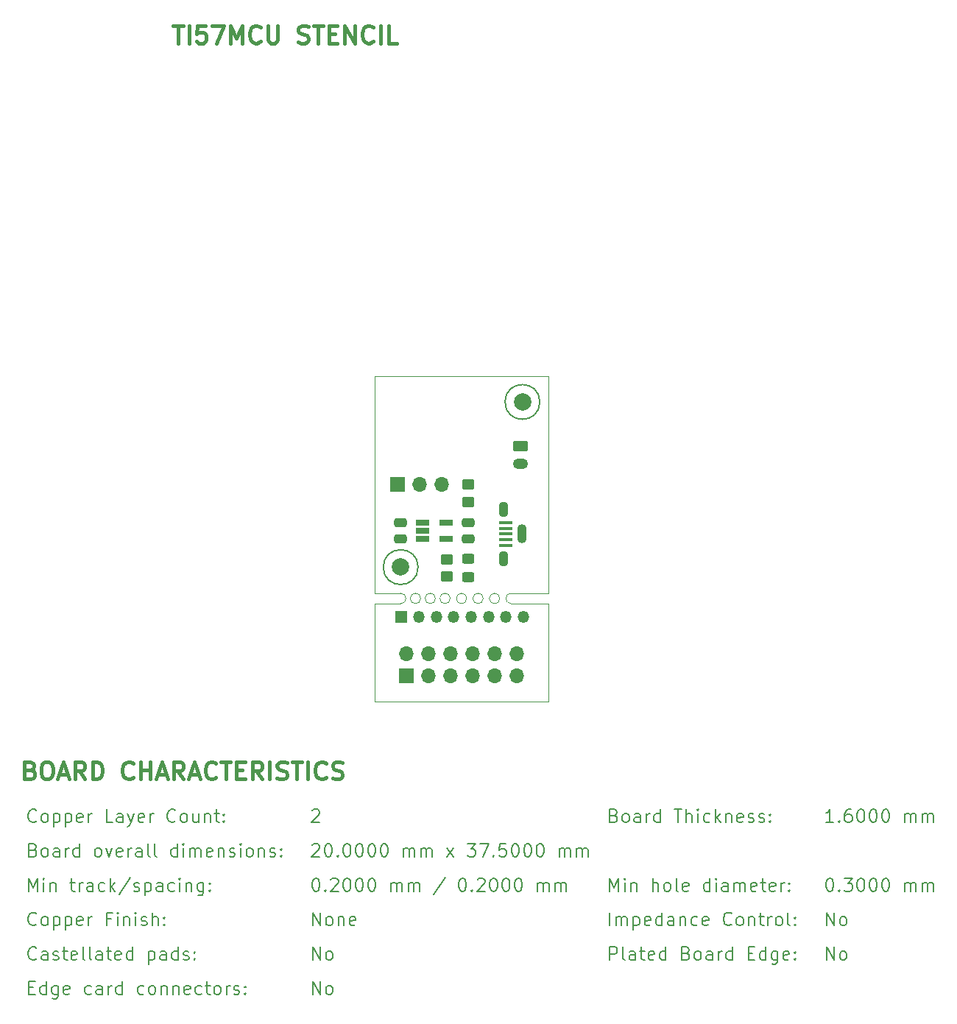
<source format=gbr>
%TF.GenerationSoftware,KiCad,Pcbnew,7.0.8*%
%TF.CreationDate,2024-02-28T15:08:07-05:00*%
%TF.ProjectId,rcl57_debug_psu,72636c35-375f-4646-9562-75675f707375,rev?*%
%TF.SameCoordinates,Original*%
%TF.FileFunction,Soldermask,Top*%
%TF.FilePolarity,Negative*%
%FSLAX46Y46*%
G04 Gerber Fmt 4.6, Leading zero omitted, Abs format (unit mm)*
G04 Created by KiCad (PCBNEW 7.0.8) date 2024-02-28 15:08:07*
%MOMM*%
%LPD*%
G01*
G04 APERTURE LIST*
G04 Aperture macros list*
%AMRoundRect*
0 Rectangle with rounded corners*
0 $1 Rounding radius*
0 $2 $3 $4 $5 $6 $7 $8 $9 X,Y pos of 4 corners*
0 Add a 4 corners polygon primitive as box body*
4,1,4,$2,$3,$4,$5,$6,$7,$8,$9,$2,$3,0*
0 Add four circle primitives for the rounded corners*
1,1,$1+$1,$2,$3*
1,1,$1+$1,$4,$5*
1,1,$1+$1,$6,$7*
1,1,$1+$1,$8,$9*
0 Add four rect primitives between the rounded corners*
20,1,$1+$1,$2,$3,$4,$5,0*
20,1,$1+$1,$4,$5,$6,$7,0*
20,1,$1+$1,$6,$7,$8,$9,0*
20,1,$1+$1,$8,$9,$2,$3,0*%
G04 Aperture macros list end*
%ADD10C,0.400000*%
%ADD11R,1.700000X1.700000*%
%ADD12O,1.700000X1.700000*%
%ADD13RoundRect,0.250000X-0.450000X0.350000X-0.450000X-0.350000X0.450000X-0.350000X0.450000X0.350000X0*%
%ADD14RoundRect,0.250000X0.450000X-0.350000X0.450000X0.350000X-0.450000X0.350000X-0.450000X-0.350000X0*%
%ADD15RoundRect,0.250000X-0.625000X0.350000X-0.625000X-0.350000X0.625000X-0.350000X0.625000X0.350000X0*%
%ADD16O,1.750000X1.200000*%
%ADD17C,2.000000*%
%ADD18RoundRect,0.250000X0.475000X-0.250000X0.475000X0.250000X-0.475000X0.250000X-0.475000X-0.250000X0*%
%ADD19R,1.560000X0.650000*%
%ADD20RoundRect,0.250000X0.450000X-0.325000X0.450000X0.325000X-0.450000X0.325000X-0.450000X-0.325000X0*%
%ADD21R,1.500000X0.450000*%
%ADD22O,1.100000X1.800000*%
%ADD23O,1.100000X2.200000*%
%ADD24R,1.350000X1.350000*%
%ADD25O,1.350000X1.350000*%
%ADD26C,0.200000*%
%ADD27C,0.150000*%
%TA.AperFunction,Profile*%
%ADD28C,0.050000*%
%TD*%
G04 APERTURE END LIST*
D10*
X131853633Y-39734438D02*
X132996490Y-39734438D01*
X132425061Y-41734438D02*
X132425061Y-39734438D01*
X133663157Y-41734438D02*
X133663157Y-39734438D01*
X135567919Y-39734438D02*
X134615538Y-39734438D01*
X134615538Y-39734438D02*
X134520300Y-40686819D01*
X134520300Y-40686819D02*
X134615538Y-40591580D01*
X134615538Y-40591580D02*
X134806014Y-40496342D01*
X134806014Y-40496342D02*
X135282205Y-40496342D01*
X135282205Y-40496342D02*
X135472681Y-40591580D01*
X135472681Y-40591580D02*
X135567919Y-40686819D01*
X135567919Y-40686819D02*
X135663157Y-40877295D01*
X135663157Y-40877295D02*
X135663157Y-41353485D01*
X135663157Y-41353485D02*
X135567919Y-41543961D01*
X135567919Y-41543961D02*
X135472681Y-41639200D01*
X135472681Y-41639200D02*
X135282205Y-41734438D01*
X135282205Y-41734438D02*
X134806014Y-41734438D01*
X134806014Y-41734438D02*
X134615538Y-41639200D01*
X134615538Y-41639200D02*
X134520300Y-41543961D01*
X136329824Y-39734438D02*
X137663157Y-39734438D01*
X137663157Y-39734438D02*
X136806014Y-41734438D01*
X138425062Y-41734438D02*
X138425062Y-39734438D01*
X138425062Y-39734438D02*
X139091729Y-41163009D01*
X139091729Y-41163009D02*
X139758395Y-39734438D01*
X139758395Y-39734438D02*
X139758395Y-41734438D01*
X141853633Y-41543961D02*
X141758395Y-41639200D01*
X141758395Y-41639200D02*
X141472681Y-41734438D01*
X141472681Y-41734438D02*
X141282205Y-41734438D01*
X141282205Y-41734438D02*
X140996490Y-41639200D01*
X140996490Y-41639200D02*
X140806014Y-41448723D01*
X140806014Y-41448723D02*
X140710776Y-41258247D01*
X140710776Y-41258247D02*
X140615538Y-40877295D01*
X140615538Y-40877295D02*
X140615538Y-40591580D01*
X140615538Y-40591580D02*
X140710776Y-40210628D01*
X140710776Y-40210628D02*
X140806014Y-40020152D01*
X140806014Y-40020152D02*
X140996490Y-39829676D01*
X140996490Y-39829676D02*
X141282205Y-39734438D01*
X141282205Y-39734438D02*
X141472681Y-39734438D01*
X141472681Y-39734438D02*
X141758395Y-39829676D01*
X141758395Y-39829676D02*
X141853633Y-39924914D01*
X142710776Y-39734438D02*
X142710776Y-41353485D01*
X142710776Y-41353485D02*
X142806014Y-41543961D01*
X142806014Y-41543961D02*
X142901252Y-41639200D01*
X142901252Y-41639200D02*
X143091728Y-41734438D01*
X143091728Y-41734438D02*
X143472681Y-41734438D01*
X143472681Y-41734438D02*
X143663157Y-41639200D01*
X143663157Y-41639200D02*
X143758395Y-41543961D01*
X143758395Y-41543961D02*
X143853633Y-41353485D01*
X143853633Y-41353485D02*
X143853633Y-39734438D01*
X146234586Y-41639200D02*
X146520300Y-41734438D01*
X146520300Y-41734438D02*
X146996491Y-41734438D01*
X146996491Y-41734438D02*
X147186967Y-41639200D01*
X147186967Y-41639200D02*
X147282205Y-41543961D01*
X147282205Y-41543961D02*
X147377443Y-41353485D01*
X147377443Y-41353485D02*
X147377443Y-41163009D01*
X147377443Y-41163009D02*
X147282205Y-40972533D01*
X147282205Y-40972533D02*
X147186967Y-40877295D01*
X147186967Y-40877295D02*
X146996491Y-40782057D01*
X146996491Y-40782057D02*
X146615538Y-40686819D01*
X146615538Y-40686819D02*
X146425062Y-40591580D01*
X146425062Y-40591580D02*
X146329824Y-40496342D01*
X146329824Y-40496342D02*
X146234586Y-40305866D01*
X146234586Y-40305866D02*
X146234586Y-40115390D01*
X146234586Y-40115390D02*
X146329824Y-39924914D01*
X146329824Y-39924914D02*
X146425062Y-39829676D01*
X146425062Y-39829676D02*
X146615538Y-39734438D01*
X146615538Y-39734438D02*
X147091729Y-39734438D01*
X147091729Y-39734438D02*
X147377443Y-39829676D01*
X147948872Y-39734438D02*
X149091729Y-39734438D01*
X148520300Y-41734438D02*
X148520300Y-39734438D01*
X149758396Y-40686819D02*
X150425063Y-40686819D01*
X150710777Y-41734438D02*
X149758396Y-41734438D01*
X149758396Y-41734438D02*
X149758396Y-39734438D01*
X149758396Y-39734438D02*
X150710777Y-39734438D01*
X151567920Y-41734438D02*
X151567920Y-39734438D01*
X151567920Y-39734438D02*
X152710777Y-41734438D01*
X152710777Y-41734438D02*
X152710777Y-39734438D01*
X154806015Y-41543961D02*
X154710777Y-41639200D01*
X154710777Y-41639200D02*
X154425063Y-41734438D01*
X154425063Y-41734438D02*
X154234587Y-41734438D01*
X154234587Y-41734438D02*
X153948872Y-41639200D01*
X153948872Y-41639200D02*
X153758396Y-41448723D01*
X153758396Y-41448723D02*
X153663158Y-41258247D01*
X153663158Y-41258247D02*
X153567920Y-40877295D01*
X153567920Y-40877295D02*
X153567920Y-40591580D01*
X153567920Y-40591580D02*
X153663158Y-40210628D01*
X153663158Y-40210628D02*
X153758396Y-40020152D01*
X153758396Y-40020152D02*
X153948872Y-39829676D01*
X153948872Y-39829676D02*
X154234587Y-39734438D01*
X154234587Y-39734438D02*
X154425063Y-39734438D01*
X154425063Y-39734438D02*
X154710777Y-39829676D01*
X154710777Y-39829676D02*
X154806015Y-39924914D01*
X155663158Y-41734438D02*
X155663158Y-39734438D01*
X157567920Y-41734438D02*
X156615539Y-41734438D01*
X156615539Y-41734438D02*
X156615539Y-39734438D01*
D11*
%TO.C,J103*%
X157675000Y-92475000D03*
D12*
X160215000Y-92475000D03*
X162755000Y-92475000D03*
%TD*%
D13*
%TO.C,R102*%
X163300000Y-101100000D03*
X163300000Y-103100000D03*
%TD*%
D14*
%TO.C,R101*%
X165800000Y-94500000D03*
X165800000Y-92500000D03*
%TD*%
D15*
%TO.C,J102*%
X171750000Y-88100000D03*
D16*
X171750000Y-90100000D03*
%TD*%
D17*
%TO.C,H101*%
X158000000Y-102000000D03*
%TD*%
D18*
%TO.C,C101*%
X165800000Y-98750000D03*
X165800000Y-96850000D03*
%TD*%
D19*
%TO.C,U101*%
X160550000Y-96850000D03*
X160550000Y-97800000D03*
X160550000Y-98750000D03*
X163250000Y-98750000D03*
X163250000Y-96850000D03*
%TD*%
D11*
%TO.C,J202*%
X158650000Y-114475000D03*
D12*
X158650000Y-111935000D03*
X161190000Y-114475000D03*
X161190000Y-111935000D03*
X163730000Y-114475000D03*
X163730000Y-111935000D03*
X166270000Y-114475000D03*
X166270000Y-111935000D03*
X168810000Y-114475000D03*
X168810000Y-111935000D03*
X171350000Y-114475000D03*
X171350000Y-111935000D03*
%TD*%
D20*
%TO.C,D101*%
X165800000Y-103125000D03*
X165800000Y-101075000D03*
%TD*%
D18*
%TO.C,C102*%
X158000000Y-98750000D03*
X158000000Y-96850000D03*
%TD*%
D21*
%TO.C,J101*%
X170075000Y-99500000D03*
X170075000Y-98850000D03*
X170075000Y-98200000D03*
X170075000Y-97550000D03*
X170075000Y-96900000D03*
D22*
X169825000Y-101000000D03*
D23*
X171975000Y-98200000D03*
D22*
X169825000Y-95400000D03*
%TD*%
D17*
%TO.C,H102*%
X172000000Y-83000000D03*
%TD*%
D24*
%TO.C,J201*%
X158100000Y-107700000D03*
D25*
X160100000Y-107700000D03*
X162100000Y-107700000D03*
X164100000Y-107700000D03*
X166100000Y-107700000D03*
X168100000Y-107700000D03*
X170100000Y-107700000D03*
X172100000Y-107700000D03*
%TD*%
D26*
X206995858Y-143226028D02*
X206995858Y-141726028D01*
X206995858Y-141726028D02*
X207853001Y-143226028D01*
X207853001Y-143226028D02*
X207853001Y-141726028D01*
X208781573Y-143226028D02*
X208638716Y-143154600D01*
X208638716Y-143154600D02*
X208567287Y-143083171D01*
X208567287Y-143083171D02*
X208495859Y-142940314D01*
X208495859Y-142940314D02*
X208495859Y-142511742D01*
X208495859Y-142511742D02*
X208567287Y-142368885D01*
X208567287Y-142368885D02*
X208638716Y-142297457D01*
X208638716Y-142297457D02*
X208781573Y-142226028D01*
X208781573Y-142226028D02*
X208995859Y-142226028D01*
X208995859Y-142226028D02*
X209138716Y-142297457D01*
X209138716Y-142297457D02*
X209210145Y-142368885D01*
X209210145Y-142368885D02*
X209281573Y-142511742D01*
X209281573Y-142511742D02*
X209281573Y-142940314D01*
X209281573Y-142940314D02*
X209210145Y-143083171D01*
X209210145Y-143083171D02*
X209138716Y-143154600D01*
X209138716Y-143154600D02*
X208995859Y-143226028D01*
X208995859Y-143226028D02*
X208781573Y-143226028D01*
X207281573Y-137769028D02*
X207424430Y-137769028D01*
X207424430Y-137769028D02*
X207567287Y-137840457D01*
X207567287Y-137840457D02*
X207638716Y-137911885D01*
X207638716Y-137911885D02*
X207710144Y-138054742D01*
X207710144Y-138054742D02*
X207781573Y-138340457D01*
X207781573Y-138340457D02*
X207781573Y-138697600D01*
X207781573Y-138697600D02*
X207710144Y-138983314D01*
X207710144Y-138983314D02*
X207638716Y-139126171D01*
X207638716Y-139126171D02*
X207567287Y-139197600D01*
X207567287Y-139197600D02*
X207424430Y-139269028D01*
X207424430Y-139269028D02*
X207281573Y-139269028D01*
X207281573Y-139269028D02*
X207138716Y-139197600D01*
X207138716Y-139197600D02*
X207067287Y-139126171D01*
X207067287Y-139126171D02*
X206995858Y-138983314D01*
X206995858Y-138983314D02*
X206924430Y-138697600D01*
X206924430Y-138697600D02*
X206924430Y-138340457D01*
X206924430Y-138340457D02*
X206995858Y-138054742D01*
X206995858Y-138054742D02*
X207067287Y-137911885D01*
X207067287Y-137911885D02*
X207138716Y-137840457D01*
X207138716Y-137840457D02*
X207281573Y-137769028D01*
X208424429Y-139126171D02*
X208495858Y-139197600D01*
X208495858Y-139197600D02*
X208424429Y-139269028D01*
X208424429Y-139269028D02*
X208353001Y-139197600D01*
X208353001Y-139197600D02*
X208424429Y-139126171D01*
X208424429Y-139126171D02*
X208424429Y-139269028D01*
X208995858Y-137769028D02*
X209924430Y-137769028D01*
X209924430Y-137769028D02*
X209424430Y-138340457D01*
X209424430Y-138340457D02*
X209638715Y-138340457D01*
X209638715Y-138340457D02*
X209781573Y-138411885D01*
X209781573Y-138411885D02*
X209853001Y-138483314D01*
X209853001Y-138483314D02*
X209924430Y-138626171D01*
X209924430Y-138626171D02*
X209924430Y-138983314D01*
X209924430Y-138983314D02*
X209853001Y-139126171D01*
X209853001Y-139126171D02*
X209781573Y-139197600D01*
X209781573Y-139197600D02*
X209638715Y-139269028D01*
X209638715Y-139269028D02*
X209210144Y-139269028D01*
X209210144Y-139269028D02*
X209067287Y-139197600D01*
X209067287Y-139197600D02*
X208995858Y-139126171D01*
X210853001Y-137769028D02*
X210995858Y-137769028D01*
X210995858Y-137769028D02*
X211138715Y-137840457D01*
X211138715Y-137840457D02*
X211210144Y-137911885D01*
X211210144Y-137911885D02*
X211281572Y-138054742D01*
X211281572Y-138054742D02*
X211353001Y-138340457D01*
X211353001Y-138340457D02*
X211353001Y-138697600D01*
X211353001Y-138697600D02*
X211281572Y-138983314D01*
X211281572Y-138983314D02*
X211210144Y-139126171D01*
X211210144Y-139126171D02*
X211138715Y-139197600D01*
X211138715Y-139197600D02*
X210995858Y-139269028D01*
X210995858Y-139269028D02*
X210853001Y-139269028D01*
X210853001Y-139269028D02*
X210710144Y-139197600D01*
X210710144Y-139197600D02*
X210638715Y-139126171D01*
X210638715Y-139126171D02*
X210567286Y-138983314D01*
X210567286Y-138983314D02*
X210495858Y-138697600D01*
X210495858Y-138697600D02*
X210495858Y-138340457D01*
X210495858Y-138340457D02*
X210567286Y-138054742D01*
X210567286Y-138054742D02*
X210638715Y-137911885D01*
X210638715Y-137911885D02*
X210710144Y-137840457D01*
X210710144Y-137840457D02*
X210853001Y-137769028D01*
X212281572Y-137769028D02*
X212424429Y-137769028D01*
X212424429Y-137769028D02*
X212567286Y-137840457D01*
X212567286Y-137840457D02*
X212638715Y-137911885D01*
X212638715Y-137911885D02*
X212710143Y-138054742D01*
X212710143Y-138054742D02*
X212781572Y-138340457D01*
X212781572Y-138340457D02*
X212781572Y-138697600D01*
X212781572Y-138697600D02*
X212710143Y-138983314D01*
X212710143Y-138983314D02*
X212638715Y-139126171D01*
X212638715Y-139126171D02*
X212567286Y-139197600D01*
X212567286Y-139197600D02*
X212424429Y-139269028D01*
X212424429Y-139269028D02*
X212281572Y-139269028D01*
X212281572Y-139269028D02*
X212138715Y-139197600D01*
X212138715Y-139197600D02*
X212067286Y-139126171D01*
X212067286Y-139126171D02*
X211995857Y-138983314D01*
X211995857Y-138983314D02*
X211924429Y-138697600D01*
X211924429Y-138697600D02*
X211924429Y-138340457D01*
X211924429Y-138340457D02*
X211995857Y-138054742D01*
X211995857Y-138054742D02*
X212067286Y-137911885D01*
X212067286Y-137911885D02*
X212138715Y-137840457D01*
X212138715Y-137840457D02*
X212281572Y-137769028D01*
X213710143Y-137769028D02*
X213853000Y-137769028D01*
X213853000Y-137769028D02*
X213995857Y-137840457D01*
X213995857Y-137840457D02*
X214067286Y-137911885D01*
X214067286Y-137911885D02*
X214138714Y-138054742D01*
X214138714Y-138054742D02*
X214210143Y-138340457D01*
X214210143Y-138340457D02*
X214210143Y-138697600D01*
X214210143Y-138697600D02*
X214138714Y-138983314D01*
X214138714Y-138983314D02*
X214067286Y-139126171D01*
X214067286Y-139126171D02*
X213995857Y-139197600D01*
X213995857Y-139197600D02*
X213853000Y-139269028D01*
X213853000Y-139269028D02*
X213710143Y-139269028D01*
X213710143Y-139269028D02*
X213567286Y-139197600D01*
X213567286Y-139197600D02*
X213495857Y-139126171D01*
X213495857Y-139126171D02*
X213424428Y-138983314D01*
X213424428Y-138983314D02*
X213353000Y-138697600D01*
X213353000Y-138697600D02*
X213353000Y-138340457D01*
X213353000Y-138340457D02*
X213424428Y-138054742D01*
X213424428Y-138054742D02*
X213495857Y-137911885D01*
X213495857Y-137911885D02*
X213567286Y-137840457D01*
X213567286Y-137840457D02*
X213710143Y-137769028D01*
X215995856Y-139269028D02*
X215995856Y-138269028D01*
X215995856Y-138411885D02*
X216067285Y-138340457D01*
X216067285Y-138340457D02*
X216210142Y-138269028D01*
X216210142Y-138269028D02*
X216424428Y-138269028D01*
X216424428Y-138269028D02*
X216567285Y-138340457D01*
X216567285Y-138340457D02*
X216638714Y-138483314D01*
X216638714Y-138483314D02*
X216638714Y-139269028D01*
X216638714Y-138483314D02*
X216710142Y-138340457D01*
X216710142Y-138340457D02*
X216852999Y-138269028D01*
X216852999Y-138269028D02*
X217067285Y-138269028D01*
X217067285Y-138269028D02*
X217210142Y-138340457D01*
X217210142Y-138340457D02*
X217281571Y-138483314D01*
X217281571Y-138483314D02*
X217281571Y-139269028D01*
X217995856Y-139269028D02*
X217995856Y-138269028D01*
X217995856Y-138411885D02*
X218067285Y-138340457D01*
X218067285Y-138340457D02*
X218210142Y-138269028D01*
X218210142Y-138269028D02*
X218424428Y-138269028D01*
X218424428Y-138269028D02*
X218567285Y-138340457D01*
X218567285Y-138340457D02*
X218638714Y-138483314D01*
X218638714Y-138483314D02*
X218638714Y-139269028D01*
X218638714Y-138483314D02*
X218710142Y-138340457D01*
X218710142Y-138340457D02*
X218852999Y-138269028D01*
X218852999Y-138269028D02*
X219067285Y-138269028D01*
X219067285Y-138269028D02*
X219210142Y-138340457D01*
X219210142Y-138340457D02*
X219281571Y-138483314D01*
X219281571Y-138483314D02*
X219281571Y-139269028D01*
X207781573Y-131355028D02*
X206924430Y-131355028D01*
X207353001Y-131355028D02*
X207353001Y-129855028D01*
X207353001Y-129855028D02*
X207210144Y-130069314D01*
X207210144Y-130069314D02*
X207067287Y-130212171D01*
X207067287Y-130212171D02*
X206924430Y-130283600D01*
X208424429Y-131212171D02*
X208495858Y-131283600D01*
X208495858Y-131283600D02*
X208424429Y-131355028D01*
X208424429Y-131355028D02*
X208353001Y-131283600D01*
X208353001Y-131283600D02*
X208424429Y-131212171D01*
X208424429Y-131212171D02*
X208424429Y-131355028D01*
X209781573Y-129855028D02*
X209495858Y-129855028D01*
X209495858Y-129855028D02*
X209353001Y-129926457D01*
X209353001Y-129926457D02*
X209281573Y-129997885D01*
X209281573Y-129997885D02*
X209138715Y-130212171D01*
X209138715Y-130212171D02*
X209067287Y-130497885D01*
X209067287Y-130497885D02*
X209067287Y-131069314D01*
X209067287Y-131069314D02*
X209138715Y-131212171D01*
X209138715Y-131212171D02*
X209210144Y-131283600D01*
X209210144Y-131283600D02*
X209353001Y-131355028D01*
X209353001Y-131355028D02*
X209638715Y-131355028D01*
X209638715Y-131355028D02*
X209781573Y-131283600D01*
X209781573Y-131283600D02*
X209853001Y-131212171D01*
X209853001Y-131212171D02*
X209924430Y-131069314D01*
X209924430Y-131069314D02*
X209924430Y-130712171D01*
X209924430Y-130712171D02*
X209853001Y-130569314D01*
X209853001Y-130569314D02*
X209781573Y-130497885D01*
X209781573Y-130497885D02*
X209638715Y-130426457D01*
X209638715Y-130426457D02*
X209353001Y-130426457D01*
X209353001Y-130426457D02*
X209210144Y-130497885D01*
X209210144Y-130497885D02*
X209138715Y-130569314D01*
X209138715Y-130569314D02*
X209067287Y-130712171D01*
X210853001Y-129855028D02*
X210995858Y-129855028D01*
X210995858Y-129855028D02*
X211138715Y-129926457D01*
X211138715Y-129926457D02*
X211210144Y-129997885D01*
X211210144Y-129997885D02*
X211281572Y-130140742D01*
X211281572Y-130140742D02*
X211353001Y-130426457D01*
X211353001Y-130426457D02*
X211353001Y-130783600D01*
X211353001Y-130783600D02*
X211281572Y-131069314D01*
X211281572Y-131069314D02*
X211210144Y-131212171D01*
X211210144Y-131212171D02*
X211138715Y-131283600D01*
X211138715Y-131283600D02*
X210995858Y-131355028D01*
X210995858Y-131355028D02*
X210853001Y-131355028D01*
X210853001Y-131355028D02*
X210710144Y-131283600D01*
X210710144Y-131283600D02*
X210638715Y-131212171D01*
X210638715Y-131212171D02*
X210567286Y-131069314D01*
X210567286Y-131069314D02*
X210495858Y-130783600D01*
X210495858Y-130783600D02*
X210495858Y-130426457D01*
X210495858Y-130426457D02*
X210567286Y-130140742D01*
X210567286Y-130140742D02*
X210638715Y-129997885D01*
X210638715Y-129997885D02*
X210710144Y-129926457D01*
X210710144Y-129926457D02*
X210853001Y-129855028D01*
X212281572Y-129855028D02*
X212424429Y-129855028D01*
X212424429Y-129855028D02*
X212567286Y-129926457D01*
X212567286Y-129926457D02*
X212638715Y-129997885D01*
X212638715Y-129997885D02*
X212710143Y-130140742D01*
X212710143Y-130140742D02*
X212781572Y-130426457D01*
X212781572Y-130426457D02*
X212781572Y-130783600D01*
X212781572Y-130783600D02*
X212710143Y-131069314D01*
X212710143Y-131069314D02*
X212638715Y-131212171D01*
X212638715Y-131212171D02*
X212567286Y-131283600D01*
X212567286Y-131283600D02*
X212424429Y-131355028D01*
X212424429Y-131355028D02*
X212281572Y-131355028D01*
X212281572Y-131355028D02*
X212138715Y-131283600D01*
X212138715Y-131283600D02*
X212067286Y-131212171D01*
X212067286Y-131212171D02*
X211995857Y-131069314D01*
X211995857Y-131069314D02*
X211924429Y-130783600D01*
X211924429Y-130783600D02*
X211924429Y-130426457D01*
X211924429Y-130426457D02*
X211995857Y-130140742D01*
X211995857Y-130140742D02*
X212067286Y-129997885D01*
X212067286Y-129997885D02*
X212138715Y-129926457D01*
X212138715Y-129926457D02*
X212281572Y-129855028D01*
X213710143Y-129855028D02*
X213853000Y-129855028D01*
X213853000Y-129855028D02*
X213995857Y-129926457D01*
X213995857Y-129926457D02*
X214067286Y-129997885D01*
X214067286Y-129997885D02*
X214138714Y-130140742D01*
X214138714Y-130140742D02*
X214210143Y-130426457D01*
X214210143Y-130426457D02*
X214210143Y-130783600D01*
X214210143Y-130783600D02*
X214138714Y-131069314D01*
X214138714Y-131069314D02*
X214067286Y-131212171D01*
X214067286Y-131212171D02*
X213995857Y-131283600D01*
X213995857Y-131283600D02*
X213853000Y-131355028D01*
X213853000Y-131355028D02*
X213710143Y-131355028D01*
X213710143Y-131355028D02*
X213567286Y-131283600D01*
X213567286Y-131283600D02*
X213495857Y-131212171D01*
X213495857Y-131212171D02*
X213424428Y-131069314D01*
X213424428Y-131069314D02*
X213353000Y-130783600D01*
X213353000Y-130783600D02*
X213353000Y-130426457D01*
X213353000Y-130426457D02*
X213424428Y-130140742D01*
X213424428Y-130140742D02*
X213495857Y-129997885D01*
X213495857Y-129997885D02*
X213567286Y-129926457D01*
X213567286Y-129926457D02*
X213710143Y-129855028D01*
X215995856Y-131355028D02*
X215995856Y-130355028D01*
X215995856Y-130497885D02*
X216067285Y-130426457D01*
X216067285Y-130426457D02*
X216210142Y-130355028D01*
X216210142Y-130355028D02*
X216424428Y-130355028D01*
X216424428Y-130355028D02*
X216567285Y-130426457D01*
X216567285Y-130426457D02*
X216638714Y-130569314D01*
X216638714Y-130569314D02*
X216638714Y-131355028D01*
X216638714Y-130569314D02*
X216710142Y-130426457D01*
X216710142Y-130426457D02*
X216852999Y-130355028D01*
X216852999Y-130355028D02*
X217067285Y-130355028D01*
X217067285Y-130355028D02*
X217210142Y-130426457D01*
X217210142Y-130426457D02*
X217281571Y-130569314D01*
X217281571Y-130569314D02*
X217281571Y-131355028D01*
X217995856Y-131355028D02*
X217995856Y-130355028D01*
X217995856Y-130497885D02*
X218067285Y-130426457D01*
X218067285Y-130426457D02*
X218210142Y-130355028D01*
X218210142Y-130355028D02*
X218424428Y-130355028D01*
X218424428Y-130355028D02*
X218567285Y-130426457D01*
X218567285Y-130426457D02*
X218638714Y-130569314D01*
X218638714Y-130569314D02*
X218638714Y-131355028D01*
X218638714Y-130569314D02*
X218710142Y-130426457D01*
X218710142Y-130426457D02*
X218852999Y-130355028D01*
X218852999Y-130355028D02*
X219067285Y-130355028D01*
X219067285Y-130355028D02*
X219210142Y-130426457D01*
X219210142Y-130426457D02*
X219281571Y-130569314D01*
X219281571Y-130569314D02*
X219281571Y-131355028D01*
X182053001Y-143226028D02*
X182053001Y-141726028D01*
X182767287Y-143226028D02*
X182767287Y-142226028D01*
X182767287Y-142368885D02*
X182838716Y-142297457D01*
X182838716Y-142297457D02*
X182981573Y-142226028D01*
X182981573Y-142226028D02*
X183195859Y-142226028D01*
X183195859Y-142226028D02*
X183338716Y-142297457D01*
X183338716Y-142297457D02*
X183410145Y-142440314D01*
X183410145Y-142440314D02*
X183410145Y-143226028D01*
X183410145Y-142440314D02*
X183481573Y-142297457D01*
X183481573Y-142297457D02*
X183624430Y-142226028D01*
X183624430Y-142226028D02*
X183838716Y-142226028D01*
X183838716Y-142226028D02*
X183981573Y-142297457D01*
X183981573Y-142297457D02*
X184053002Y-142440314D01*
X184053002Y-142440314D02*
X184053002Y-143226028D01*
X184767287Y-142226028D02*
X184767287Y-143726028D01*
X184767287Y-142297457D02*
X184910145Y-142226028D01*
X184910145Y-142226028D02*
X185195859Y-142226028D01*
X185195859Y-142226028D02*
X185338716Y-142297457D01*
X185338716Y-142297457D02*
X185410145Y-142368885D01*
X185410145Y-142368885D02*
X185481573Y-142511742D01*
X185481573Y-142511742D02*
X185481573Y-142940314D01*
X185481573Y-142940314D02*
X185410145Y-143083171D01*
X185410145Y-143083171D02*
X185338716Y-143154600D01*
X185338716Y-143154600D02*
X185195859Y-143226028D01*
X185195859Y-143226028D02*
X184910145Y-143226028D01*
X184910145Y-143226028D02*
X184767287Y-143154600D01*
X186695859Y-143154600D02*
X186553002Y-143226028D01*
X186553002Y-143226028D02*
X186267288Y-143226028D01*
X186267288Y-143226028D02*
X186124430Y-143154600D01*
X186124430Y-143154600D02*
X186053002Y-143011742D01*
X186053002Y-143011742D02*
X186053002Y-142440314D01*
X186053002Y-142440314D02*
X186124430Y-142297457D01*
X186124430Y-142297457D02*
X186267288Y-142226028D01*
X186267288Y-142226028D02*
X186553002Y-142226028D01*
X186553002Y-142226028D02*
X186695859Y-142297457D01*
X186695859Y-142297457D02*
X186767288Y-142440314D01*
X186767288Y-142440314D02*
X186767288Y-142583171D01*
X186767288Y-142583171D02*
X186053002Y-142726028D01*
X188053002Y-143226028D02*
X188053002Y-141726028D01*
X188053002Y-143154600D02*
X187910144Y-143226028D01*
X187910144Y-143226028D02*
X187624430Y-143226028D01*
X187624430Y-143226028D02*
X187481573Y-143154600D01*
X187481573Y-143154600D02*
X187410144Y-143083171D01*
X187410144Y-143083171D02*
X187338716Y-142940314D01*
X187338716Y-142940314D02*
X187338716Y-142511742D01*
X187338716Y-142511742D02*
X187410144Y-142368885D01*
X187410144Y-142368885D02*
X187481573Y-142297457D01*
X187481573Y-142297457D02*
X187624430Y-142226028D01*
X187624430Y-142226028D02*
X187910144Y-142226028D01*
X187910144Y-142226028D02*
X188053002Y-142297457D01*
X189410145Y-143226028D02*
X189410145Y-142440314D01*
X189410145Y-142440314D02*
X189338716Y-142297457D01*
X189338716Y-142297457D02*
X189195859Y-142226028D01*
X189195859Y-142226028D02*
X188910145Y-142226028D01*
X188910145Y-142226028D02*
X188767287Y-142297457D01*
X189410145Y-143154600D02*
X189267287Y-143226028D01*
X189267287Y-143226028D02*
X188910145Y-143226028D01*
X188910145Y-143226028D02*
X188767287Y-143154600D01*
X188767287Y-143154600D02*
X188695859Y-143011742D01*
X188695859Y-143011742D02*
X188695859Y-142868885D01*
X188695859Y-142868885D02*
X188767287Y-142726028D01*
X188767287Y-142726028D02*
X188910145Y-142654600D01*
X188910145Y-142654600D02*
X189267287Y-142654600D01*
X189267287Y-142654600D02*
X189410145Y-142583171D01*
X190124430Y-142226028D02*
X190124430Y-143226028D01*
X190124430Y-142368885D02*
X190195859Y-142297457D01*
X190195859Y-142297457D02*
X190338716Y-142226028D01*
X190338716Y-142226028D02*
X190553002Y-142226028D01*
X190553002Y-142226028D02*
X190695859Y-142297457D01*
X190695859Y-142297457D02*
X190767288Y-142440314D01*
X190767288Y-142440314D02*
X190767288Y-143226028D01*
X192124431Y-143154600D02*
X191981573Y-143226028D01*
X191981573Y-143226028D02*
X191695859Y-143226028D01*
X191695859Y-143226028D02*
X191553002Y-143154600D01*
X191553002Y-143154600D02*
X191481573Y-143083171D01*
X191481573Y-143083171D02*
X191410145Y-142940314D01*
X191410145Y-142940314D02*
X191410145Y-142511742D01*
X191410145Y-142511742D02*
X191481573Y-142368885D01*
X191481573Y-142368885D02*
X191553002Y-142297457D01*
X191553002Y-142297457D02*
X191695859Y-142226028D01*
X191695859Y-142226028D02*
X191981573Y-142226028D01*
X191981573Y-142226028D02*
X192124431Y-142297457D01*
X193338716Y-143154600D02*
X193195859Y-143226028D01*
X193195859Y-143226028D02*
X192910145Y-143226028D01*
X192910145Y-143226028D02*
X192767287Y-143154600D01*
X192767287Y-143154600D02*
X192695859Y-143011742D01*
X192695859Y-143011742D02*
X192695859Y-142440314D01*
X192695859Y-142440314D02*
X192767287Y-142297457D01*
X192767287Y-142297457D02*
X192910145Y-142226028D01*
X192910145Y-142226028D02*
X193195859Y-142226028D01*
X193195859Y-142226028D02*
X193338716Y-142297457D01*
X193338716Y-142297457D02*
X193410145Y-142440314D01*
X193410145Y-142440314D02*
X193410145Y-142583171D01*
X193410145Y-142583171D02*
X192695859Y-142726028D01*
X196053001Y-143083171D02*
X195981573Y-143154600D01*
X195981573Y-143154600D02*
X195767287Y-143226028D01*
X195767287Y-143226028D02*
X195624430Y-143226028D01*
X195624430Y-143226028D02*
X195410144Y-143154600D01*
X195410144Y-143154600D02*
X195267287Y-143011742D01*
X195267287Y-143011742D02*
X195195858Y-142868885D01*
X195195858Y-142868885D02*
X195124430Y-142583171D01*
X195124430Y-142583171D02*
X195124430Y-142368885D01*
X195124430Y-142368885D02*
X195195858Y-142083171D01*
X195195858Y-142083171D02*
X195267287Y-141940314D01*
X195267287Y-141940314D02*
X195410144Y-141797457D01*
X195410144Y-141797457D02*
X195624430Y-141726028D01*
X195624430Y-141726028D02*
X195767287Y-141726028D01*
X195767287Y-141726028D02*
X195981573Y-141797457D01*
X195981573Y-141797457D02*
X196053001Y-141868885D01*
X196910144Y-143226028D02*
X196767287Y-143154600D01*
X196767287Y-143154600D02*
X196695858Y-143083171D01*
X196695858Y-143083171D02*
X196624430Y-142940314D01*
X196624430Y-142940314D02*
X196624430Y-142511742D01*
X196624430Y-142511742D02*
X196695858Y-142368885D01*
X196695858Y-142368885D02*
X196767287Y-142297457D01*
X196767287Y-142297457D02*
X196910144Y-142226028D01*
X196910144Y-142226028D02*
X197124430Y-142226028D01*
X197124430Y-142226028D02*
X197267287Y-142297457D01*
X197267287Y-142297457D02*
X197338716Y-142368885D01*
X197338716Y-142368885D02*
X197410144Y-142511742D01*
X197410144Y-142511742D02*
X197410144Y-142940314D01*
X197410144Y-142940314D02*
X197338716Y-143083171D01*
X197338716Y-143083171D02*
X197267287Y-143154600D01*
X197267287Y-143154600D02*
X197124430Y-143226028D01*
X197124430Y-143226028D02*
X196910144Y-143226028D01*
X198053001Y-142226028D02*
X198053001Y-143226028D01*
X198053001Y-142368885D02*
X198124430Y-142297457D01*
X198124430Y-142297457D02*
X198267287Y-142226028D01*
X198267287Y-142226028D02*
X198481573Y-142226028D01*
X198481573Y-142226028D02*
X198624430Y-142297457D01*
X198624430Y-142297457D02*
X198695859Y-142440314D01*
X198695859Y-142440314D02*
X198695859Y-143226028D01*
X199195859Y-142226028D02*
X199767287Y-142226028D01*
X199410144Y-141726028D02*
X199410144Y-143011742D01*
X199410144Y-143011742D02*
X199481573Y-143154600D01*
X199481573Y-143154600D02*
X199624430Y-143226028D01*
X199624430Y-143226028D02*
X199767287Y-143226028D01*
X200267287Y-143226028D02*
X200267287Y-142226028D01*
X200267287Y-142511742D02*
X200338716Y-142368885D01*
X200338716Y-142368885D02*
X200410145Y-142297457D01*
X200410145Y-142297457D02*
X200553002Y-142226028D01*
X200553002Y-142226028D02*
X200695859Y-142226028D01*
X201410144Y-143226028D02*
X201267287Y-143154600D01*
X201267287Y-143154600D02*
X201195858Y-143083171D01*
X201195858Y-143083171D02*
X201124430Y-142940314D01*
X201124430Y-142940314D02*
X201124430Y-142511742D01*
X201124430Y-142511742D02*
X201195858Y-142368885D01*
X201195858Y-142368885D02*
X201267287Y-142297457D01*
X201267287Y-142297457D02*
X201410144Y-142226028D01*
X201410144Y-142226028D02*
X201624430Y-142226028D01*
X201624430Y-142226028D02*
X201767287Y-142297457D01*
X201767287Y-142297457D02*
X201838716Y-142368885D01*
X201838716Y-142368885D02*
X201910144Y-142511742D01*
X201910144Y-142511742D02*
X201910144Y-142940314D01*
X201910144Y-142940314D02*
X201838716Y-143083171D01*
X201838716Y-143083171D02*
X201767287Y-143154600D01*
X201767287Y-143154600D02*
X201624430Y-143226028D01*
X201624430Y-143226028D02*
X201410144Y-143226028D01*
X202767287Y-143226028D02*
X202624430Y-143154600D01*
X202624430Y-143154600D02*
X202553001Y-143011742D01*
X202553001Y-143011742D02*
X202553001Y-141726028D01*
X203338715Y-143083171D02*
X203410144Y-143154600D01*
X203410144Y-143154600D02*
X203338715Y-143226028D01*
X203338715Y-143226028D02*
X203267287Y-143154600D01*
X203267287Y-143154600D02*
X203338715Y-143083171D01*
X203338715Y-143083171D02*
X203338715Y-143226028D01*
X203338715Y-142297457D02*
X203410144Y-142368885D01*
X203410144Y-142368885D02*
X203338715Y-142440314D01*
X203338715Y-142440314D02*
X203267287Y-142368885D01*
X203267287Y-142368885D02*
X203338715Y-142297457D01*
X203338715Y-142297457D02*
X203338715Y-142440314D01*
X182053001Y-139269028D02*
X182053001Y-137769028D01*
X182053001Y-137769028D02*
X182553001Y-138840457D01*
X182553001Y-138840457D02*
X183053001Y-137769028D01*
X183053001Y-137769028D02*
X183053001Y-139269028D01*
X183767287Y-139269028D02*
X183767287Y-138269028D01*
X183767287Y-137769028D02*
X183695859Y-137840457D01*
X183695859Y-137840457D02*
X183767287Y-137911885D01*
X183767287Y-137911885D02*
X183838716Y-137840457D01*
X183838716Y-137840457D02*
X183767287Y-137769028D01*
X183767287Y-137769028D02*
X183767287Y-137911885D01*
X184481573Y-138269028D02*
X184481573Y-139269028D01*
X184481573Y-138411885D02*
X184553002Y-138340457D01*
X184553002Y-138340457D02*
X184695859Y-138269028D01*
X184695859Y-138269028D02*
X184910145Y-138269028D01*
X184910145Y-138269028D02*
X185053002Y-138340457D01*
X185053002Y-138340457D02*
X185124431Y-138483314D01*
X185124431Y-138483314D02*
X185124431Y-139269028D01*
X186981573Y-139269028D02*
X186981573Y-137769028D01*
X187624431Y-139269028D02*
X187624431Y-138483314D01*
X187624431Y-138483314D02*
X187553002Y-138340457D01*
X187553002Y-138340457D02*
X187410145Y-138269028D01*
X187410145Y-138269028D02*
X187195859Y-138269028D01*
X187195859Y-138269028D02*
X187053002Y-138340457D01*
X187053002Y-138340457D02*
X186981573Y-138411885D01*
X188553002Y-139269028D02*
X188410145Y-139197600D01*
X188410145Y-139197600D02*
X188338716Y-139126171D01*
X188338716Y-139126171D02*
X188267288Y-138983314D01*
X188267288Y-138983314D02*
X188267288Y-138554742D01*
X188267288Y-138554742D02*
X188338716Y-138411885D01*
X188338716Y-138411885D02*
X188410145Y-138340457D01*
X188410145Y-138340457D02*
X188553002Y-138269028D01*
X188553002Y-138269028D02*
X188767288Y-138269028D01*
X188767288Y-138269028D02*
X188910145Y-138340457D01*
X188910145Y-138340457D02*
X188981574Y-138411885D01*
X188981574Y-138411885D02*
X189053002Y-138554742D01*
X189053002Y-138554742D02*
X189053002Y-138983314D01*
X189053002Y-138983314D02*
X188981574Y-139126171D01*
X188981574Y-139126171D02*
X188910145Y-139197600D01*
X188910145Y-139197600D02*
X188767288Y-139269028D01*
X188767288Y-139269028D02*
X188553002Y-139269028D01*
X189910145Y-139269028D02*
X189767288Y-139197600D01*
X189767288Y-139197600D02*
X189695859Y-139054742D01*
X189695859Y-139054742D02*
X189695859Y-137769028D01*
X191053002Y-139197600D02*
X190910145Y-139269028D01*
X190910145Y-139269028D02*
X190624431Y-139269028D01*
X190624431Y-139269028D02*
X190481573Y-139197600D01*
X190481573Y-139197600D02*
X190410145Y-139054742D01*
X190410145Y-139054742D02*
X190410145Y-138483314D01*
X190410145Y-138483314D02*
X190481573Y-138340457D01*
X190481573Y-138340457D02*
X190624431Y-138269028D01*
X190624431Y-138269028D02*
X190910145Y-138269028D01*
X190910145Y-138269028D02*
X191053002Y-138340457D01*
X191053002Y-138340457D02*
X191124431Y-138483314D01*
X191124431Y-138483314D02*
X191124431Y-138626171D01*
X191124431Y-138626171D02*
X190410145Y-138769028D01*
X193553002Y-139269028D02*
X193553002Y-137769028D01*
X193553002Y-139197600D02*
X193410144Y-139269028D01*
X193410144Y-139269028D02*
X193124430Y-139269028D01*
X193124430Y-139269028D02*
X192981573Y-139197600D01*
X192981573Y-139197600D02*
X192910144Y-139126171D01*
X192910144Y-139126171D02*
X192838716Y-138983314D01*
X192838716Y-138983314D02*
X192838716Y-138554742D01*
X192838716Y-138554742D02*
X192910144Y-138411885D01*
X192910144Y-138411885D02*
X192981573Y-138340457D01*
X192981573Y-138340457D02*
X193124430Y-138269028D01*
X193124430Y-138269028D02*
X193410144Y-138269028D01*
X193410144Y-138269028D02*
X193553002Y-138340457D01*
X194267287Y-139269028D02*
X194267287Y-138269028D01*
X194267287Y-137769028D02*
X194195859Y-137840457D01*
X194195859Y-137840457D02*
X194267287Y-137911885D01*
X194267287Y-137911885D02*
X194338716Y-137840457D01*
X194338716Y-137840457D02*
X194267287Y-137769028D01*
X194267287Y-137769028D02*
X194267287Y-137911885D01*
X195624431Y-139269028D02*
X195624431Y-138483314D01*
X195624431Y-138483314D02*
X195553002Y-138340457D01*
X195553002Y-138340457D02*
X195410145Y-138269028D01*
X195410145Y-138269028D02*
X195124431Y-138269028D01*
X195124431Y-138269028D02*
X194981573Y-138340457D01*
X195624431Y-139197600D02*
X195481573Y-139269028D01*
X195481573Y-139269028D02*
X195124431Y-139269028D01*
X195124431Y-139269028D02*
X194981573Y-139197600D01*
X194981573Y-139197600D02*
X194910145Y-139054742D01*
X194910145Y-139054742D02*
X194910145Y-138911885D01*
X194910145Y-138911885D02*
X194981573Y-138769028D01*
X194981573Y-138769028D02*
X195124431Y-138697600D01*
X195124431Y-138697600D02*
X195481573Y-138697600D01*
X195481573Y-138697600D02*
X195624431Y-138626171D01*
X196338716Y-139269028D02*
X196338716Y-138269028D01*
X196338716Y-138411885D02*
X196410145Y-138340457D01*
X196410145Y-138340457D02*
X196553002Y-138269028D01*
X196553002Y-138269028D02*
X196767288Y-138269028D01*
X196767288Y-138269028D02*
X196910145Y-138340457D01*
X196910145Y-138340457D02*
X196981574Y-138483314D01*
X196981574Y-138483314D02*
X196981574Y-139269028D01*
X196981574Y-138483314D02*
X197053002Y-138340457D01*
X197053002Y-138340457D02*
X197195859Y-138269028D01*
X197195859Y-138269028D02*
X197410145Y-138269028D01*
X197410145Y-138269028D02*
X197553002Y-138340457D01*
X197553002Y-138340457D02*
X197624431Y-138483314D01*
X197624431Y-138483314D02*
X197624431Y-139269028D01*
X198910145Y-139197600D02*
X198767288Y-139269028D01*
X198767288Y-139269028D02*
X198481574Y-139269028D01*
X198481574Y-139269028D02*
X198338716Y-139197600D01*
X198338716Y-139197600D02*
X198267288Y-139054742D01*
X198267288Y-139054742D02*
X198267288Y-138483314D01*
X198267288Y-138483314D02*
X198338716Y-138340457D01*
X198338716Y-138340457D02*
X198481574Y-138269028D01*
X198481574Y-138269028D02*
X198767288Y-138269028D01*
X198767288Y-138269028D02*
X198910145Y-138340457D01*
X198910145Y-138340457D02*
X198981574Y-138483314D01*
X198981574Y-138483314D02*
X198981574Y-138626171D01*
X198981574Y-138626171D02*
X198267288Y-138769028D01*
X199410145Y-138269028D02*
X199981573Y-138269028D01*
X199624430Y-137769028D02*
X199624430Y-139054742D01*
X199624430Y-139054742D02*
X199695859Y-139197600D01*
X199695859Y-139197600D02*
X199838716Y-139269028D01*
X199838716Y-139269028D02*
X199981573Y-139269028D01*
X201053002Y-139197600D02*
X200910145Y-139269028D01*
X200910145Y-139269028D02*
X200624431Y-139269028D01*
X200624431Y-139269028D02*
X200481573Y-139197600D01*
X200481573Y-139197600D02*
X200410145Y-139054742D01*
X200410145Y-139054742D02*
X200410145Y-138483314D01*
X200410145Y-138483314D02*
X200481573Y-138340457D01*
X200481573Y-138340457D02*
X200624431Y-138269028D01*
X200624431Y-138269028D02*
X200910145Y-138269028D01*
X200910145Y-138269028D02*
X201053002Y-138340457D01*
X201053002Y-138340457D02*
X201124431Y-138483314D01*
X201124431Y-138483314D02*
X201124431Y-138626171D01*
X201124431Y-138626171D02*
X200410145Y-138769028D01*
X201767287Y-139269028D02*
X201767287Y-138269028D01*
X201767287Y-138554742D02*
X201838716Y-138411885D01*
X201838716Y-138411885D02*
X201910145Y-138340457D01*
X201910145Y-138340457D02*
X202053002Y-138269028D01*
X202053002Y-138269028D02*
X202195859Y-138269028D01*
X202695858Y-139126171D02*
X202767287Y-139197600D01*
X202767287Y-139197600D02*
X202695858Y-139269028D01*
X202695858Y-139269028D02*
X202624430Y-139197600D01*
X202624430Y-139197600D02*
X202695858Y-139126171D01*
X202695858Y-139126171D02*
X202695858Y-139269028D01*
X202695858Y-138340457D02*
X202767287Y-138411885D01*
X202767287Y-138411885D02*
X202695858Y-138483314D01*
X202695858Y-138483314D02*
X202624430Y-138411885D01*
X202624430Y-138411885D02*
X202695858Y-138340457D01*
X202695858Y-138340457D02*
X202695858Y-138483314D01*
X182553001Y-130569314D02*
X182767287Y-130640742D01*
X182767287Y-130640742D02*
X182838716Y-130712171D01*
X182838716Y-130712171D02*
X182910144Y-130855028D01*
X182910144Y-130855028D02*
X182910144Y-131069314D01*
X182910144Y-131069314D02*
X182838716Y-131212171D01*
X182838716Y-131212171D02*
X182767287Y-131283600D01*
X182767287Y-131283600D02*
X182624430Y-131355028D01*
X182624430Y-131355028D02*
X182053001Y-131355028D01*
X182053001Y-131355028D02*
X182053001Y-129855028D01*
X182053001Y-129855028D02*
X182553001Y-129855028D01*
X182553001Y-129855028D02*
X182695859Y-129926457D01*
X182695859Y-129926457D02*
X182767287Y-129997885D01*
X182767287Y-129997885D02*
X182838716Y-130140742D01*
X182838716Y-130140742D02*
X182838716Y-130283600D01*
X182838716Y-130283600D02*
X182767287Y-130426457D01*
X182767287Y-130426457D02*
X182695859Y-130497885D01*
X182695859Y-130497885D02*
X182553001Y-130569314D01*
X182553001Y-130569314D02*
X182053001Y-130569314D01*
X183767287Y-131355028D02*
X183624430Y-131283600D01*
X183624430Y-131283600D02*
X183553001Y-131212171D01*
X183553001Y-131212171D02*
X183481573Y-131069314D01*
X183481573Y-131069314D02*
X183481573Y-130640742D01*
X183481573Y-130640742D02*
X183553001Y-130497885D01*
X183553001Y-130497885D02*
X183624430Y-130426457D01*
X183624430Y-130426457D02*
X183767287Y-130355028D01*
X183767287Y-130355028D02*
X183981573Y-130355028D01*
X183981573Y-130355028D02*
X184124430Y-130426457D01*
X184124430Y-130426457D02*
X184195859Y-130497885D01*
X184195859Y-130497885D02*
X184267287Y-130640742D01*
X184267287Y-130640742D02*
X184267287Y-131069314D01*
X184267287Y-131069314D02*
X184195859Y-131212171D01*
X184195859Y-131212171D02*
X184124430Y-131283600D01*
X184124430Y-131283600D02*
X183981573Y-131355028D01*
X183981573Y-131355028D02*
X183767287Y-131355028D01*
X185553002Y-131355028D02*
X185553002Y-130569314D01*
X185553002Y-130569314D02*
X185481573Y-130426457D01*
X185481573Y-130426457D02*
X185338716Y-130355028D01*
X185338716Y-130355028D02*
X185053002Y-130355028D01*
X185053002Y-130355028D02*
X184910144Y-130426457D01*
X185553002Y-131283600D02*
X185410144Y-131355028D01*
X185410144Y-131355028D02*
X185053002Y-131355028D01*
X185053002Y-131355028D02*
X184910144Y-131283600D01*
X184910144Y-131283600D02*
X184838716Y-131140742D01*
X184838716Y-131140742D02*
X184838716Y-130997885D01*
X184838716Y-130997885D02*
X184910144Y-130855028D01*
X184910144Y-130855028D02*
X185053002Y-130783600D01*
X185053002Y-130783600D02*
X185410144Y-130783600D01*
X185410144Y-130783600D02*
X185553002Y-130712171D01*
X186267287Y-131355028D02*
X186267287Y-130355028D01*
X186267287Y-130640742D02*
X186338716Y-130497885D01*
X186338716Y-130497885D02*
X186410145Y-130426457D01*
X186410145Y-130426457D02*
X186553002Y-130355028D01*
X186553002Y-130355028D02*
X186695859Y-130355028D01*
X187838716Y-131355028D02*
X187838716Y-129855028D01*
X187838716Y-131283600D02*
X187695858Y-131355028D01*
X187695858Y-131355028D02*
X187410144Y-131355028D01*
X187410144Y-131355028D02*
X187267287Y-131283600D01*
X187267287Y-131283600D02*
X187195858Y-131212171D01*
X187195858Y-131212171D02*
X187124430Y-131069314D01*
X187124430Y-131069314D02*
X187124430Y-130640742D01*
X187124430Y-130640742D02*
X187195858Y-130497885D01*
X187195858Y-130497885D02*
X187267287Y-130426457D01*
X187267287Y-130426457D02*
X187410144Y-130355028D01*
X187410144Y-130355028D02*
X187695858Y-130355028D01*
X187695858Y-130355028D02*
X187838716Y-130426457D01*
X189481573Y-129855028D02*
X190338716Y-129855028D01*
X189910144Y-131355028D02*
X189910144Y-129855028D01*
X190838715Y-131355028D02*
X190838715Y-129855028D01*
X191481573Y-131355028D02*
X191481573Y-130569314D01*
X191481573Y-130569314D02*
X191410144Y-130426457D01*
X191410144Y-130426457D02*
X191267287Y-130355028D01*
X191267287Y-130355028D02*
X191053001Y-130355028D01*
X191053001Y-130355028D02*
X190910144Y-130426457D01*
X190910144Y-130426457D02*
X190838715Y-130497885D01*
X192195858Y-131355028D02*
X192195858Y-130355028D01*
X192195858Y-129855028D02*
X192124430Y-129926457D01*
X192124430Y-129926457D02*
X192195858Y-129997885D01*
X192195858Y-129997885D02*
X192267287Y-129926457D01*
X192267287Y-129926457D02*
X192195858Y-129855028D01*
X192195858Y-129855028D02*
X192195858Y-129997885D01*
X193553002Y-131283600D02*
X193410144Y-131355028D01*
X193410144Y-131355028D02*
X193124430Y-131355028D01*
X193124430Y-131355028D02*
X192981573Y-131283600D01*
X192981573Y-131283600D02*
X192910144Y-131212171D01*
X192910144Y-131212171D02*
X192838716Y-131069314D01*
X192838716Y-131069314D02*
X192838716Y-130640742D01*
X192838716Y-130640742D02*
X192910144Y-130497885D01*
X192910144Y-130497885D02*
X192981573Y-130426457D01*
X192981573Y-130426457D02*
X193124430Y-130355028D01*
X193124430Y-130355028D02*
X193410144Y-130355028D01*
X193410144Y-130355028D02*
X193553002Y-130426457D01*
X194195858Y-131355028D02*
X194195858Y-129855028D01*
X194338716Y-130783600D02*
X194767287Y-131355028D01*
X194767287Y-130355028D02*
X194195858Y-130926457D01*
X195410144Y-130355028D02*
X195410144Y-131355028D01*
X195410144Y-130497885D02*
X195481573Y-130426457D01*
X195481573Y-130426457D02*
X195624430Y-130355028D01*
X195624430Y-130355028D02*
X195838716Y-130355028D01*
X195838716Y-130355028D02*
X195981573Y-130426457D01*
X195981573Y-130426457D02*
X196053002Y-130569314D01*
X196053002Y-130569314D02*
X196053002Y-131355028D01*
X197338716Y-131283600D02*
X197195859Y-131355028D01*
X197195859Y-131355028D02*
X196910145Y-131355028D01*
X196910145Y-131355028D02*
X196767287Y-131283600D01*
X196767287Y-131283600D02*
X196695859Y-131140742D01*
X196695859Y-131140742D02*
X196695859Y-130569314D01*
X196695859Y-130569314D02*
X196767287Y-130426457D01*
X196767287Y-130426457D02*
X196910145Y-130355028D01*
X196910145Y-130355028D02*
X197195859Y-130355028D01*
X197195859Y-130355028D02*
X197338716Y-130426457D01*
X197338716Y-130426457D02*
X197410145Y-130569314D01*
X197410145Y-130569314D02*
X197410145Y-130712171D01*
X197410145Y-130712171D02*
X196695859Y-130855028D01*
X197981573Y-131283600D02*
X198124430Y-131355028D01*
X198124430Y-131355028D02*
X198410144Y-131355028D01*
X198410144Y-131355028D02*
X198553001Y-131283600D01*
X198553001Y-131283600D02*
X198624430Y-131140742D01*
X198624430Y-131140742D02*
X198624430Y-131069314D01*
X198624430Y-131069314D02*
X198553001Y-130926457D01*
X198553001Y-130926457D02*
X198410144Y-130855028D01*
X198410144Y-130855028D02*
X198195859Y-130855028D01*
X198195859Y-130855028D02*
X198053001Y-130783600D01*
X198053001Y-130783600D02*
X197981573Y-130640742D01*
X197981573Y-130640742D02*
X197981573Y-130569314D01*
X197981573Y-130569314D02*
X198053001Y-130426457D01*
X198053001Y-130426457D02*
X198195859Y-130355028D01*
X198195859Y-130355028D02*
X198410144Y-130355028D01*
X198410144Y-130355028D02*
X198553001Y-130426457D01*
X199195859Y-131283600D02*
X199338716Y-131355028D01*
X199338716Y-131355028D02*
X199624430Y-131355028D01*
X199624430Y-131355028D02*
X199767287Y-131283600D01*
X199767287Y-131283600D02*
X199838716Y-131140742D01*
X199838716Y-131140742D02*
X199838716Y-131069314D01*
X199838716Y-131069314D02*
X199767287Y-130926457D01*
X199767287Y-130926457D02*
X199624430Y-130855028D01*
X199624430Y-130855028D02*
X199410145Y-130855028D01*
X199410145Y-130855028D02*
X199267287Y-130783600D01*
X199267287Y-130783600D02*
X199195859Y-130640742D01*
X199195859Y-130640742D02*
X199195859Y-130569314D01*
X199195859Y-130569314D02*
X199267287Y-130426457D01*
X199267287Y-130426457D02*
X199410145Y-130355028D01*
X199410145Y-130355028D02*
X199624430Y-130355028D01*
X199624430Y-130355028D02*
X199767287Y-130426457D01*
X200481573Y-131212171D02*
X200553002Y-131283600D01*
X200553002Y-131283600D02*
X200481573Y-131355028D01*
X200481573Y-131355028D02*
X200410145Y-131283600D01*
X200410145Y-131283600D02*
X200481573Y-131212171D01*
X200481573Y-131212171D02*
X200481573Y-131355028D01*
X200481573Y-130426457D02*
X200553002Y-130497885D01*
X200553002Y-130497885D02*
X200481573Y-130569314D01*
X200481573Y-130569314D02*
X200410145Y-130497885D01*
X200410145Y-130497885D02*
X200481573Y-130426457D01*
X200481573Y-130426457D02*
X200481573Y-130569314D01*
X147895863Y-143226028D02*
X147895863Y-141726028D01*
X147895863Y-141726028D02*
X148753006Y-143226028D01*
X148753006Y-143226028D02*
X148753006Y-141726028D01*
X149681578Y-143226028D02*
X149538721Y-143154600D01*
X149538721Y-143154600D02*
X149467292Y-143083171D01*
X149467292Y-143083171D02*
X149395864Y-142940314D01*
X149395864Y-142940314D02*
X149395864Y-142511742D01*
X149395864Y-142511742D02*
X149467292Y-142368885D01*
X149467292Y-142368885D02*
X149538721Y-142297457D01*
X149538721Y-142297457D02*
X149681578Y-142226028D01*
X149681578Y-142226028D02*
X149895864Y-142226028D01*
X149895864Y-142226028D02*
X150038721Y-142297457D01*
X150038721Y-142297457D02*
X150110150Y-142368885D01*
X150110150Y-142368885D02*
X150181578Y-142511742D01*
X150181578Y-142511742D02*
X150181578Y-142940314D01*
X150181578Y-142940314D02*
X150110150Y-143083171D01*
X150110150Y-143083171D02*
X150038721Y-143154600D01*
X150038721Y-143154600D02*
X149895864Y-143226028D01*
X149895864Y-143226028D02*
X149681578Y-143226028D01*
X150824435Y-142226028D02*
X150824435Y-143226028D01*
X150824435Y-142368885D02*
X150895864Y-142297457D01*
X150895864Y-142297457D02*
X151038721Y-142226028D01*
X151038721Y-142226028D02*
X151253007Y-142226028D01*
X151253007Y-142226028D02*
X151395864Y-142297457D01*
X151395864Y-142297457D02*
X151467293Y-142440314D01*
X151467293Y-142440314D02*
X151467293Y-143226028D01*
X152753007Y-143154600D02*
X152610150Y-143226028D01*
X152610150Y-143226028D02*
X152324436Y-143226028D01*
X152324436Y-143226028D02*
X152181578Y-143154600D01*
X152181578Y-143154600D02*
X152110150Y-143011742D01*
X152110150Y-143011742D02*
X152110150Y-142440314D01*
X152110150Y-142440314D02*
X152181578Y-142297457D01*
X152181578Y-142297457D02*
X152324436Y-142226028D01*
X152324436Y-142226028D02*
X152610150Y-142226028D01*
X152610150Y-142226028D02*
X152753007Y-142297457D01*
X152753007Y-142297457D02*
X152824436Y-142440314D01*
X152824436Y-142440314D02*
X152824436Y-142583171D01*
X152824436Y-142583171D02*
X152110150Y-142726028D01*
X148181578Y-137769028D02*
X148324435Y-137769028D01*
X148324435Y-137769028D02*
X148467292Y-137840457D01*
X148467292Y-137840457D02*
X148538721Y-137911885D01*
X148538721Y-137911885D02*
X148610149Y-138054742D01*
X148610149Y-138054742D02*
X148681578Y-138340457D01*
X148681578Y-138340457D02*
X148681578Y-138697600D01*
X148681578Y-138697600D02*
X148610149Y-138983314D01*
X148610149Y-138983314D02*
X148538721Y-139126171D01*
X148538721Y-139126171D02*
X148467292Y-139197600D01*
X148467292Y-139197600D02*
X148324435Y-139269028D01*
X148324435Y-139269028D02*
X148181578Y-139269028D01*
X148181578Y-139269028D02*
X148038721Y-139197600D01*
X148038721Y-139197600D02*
X147967292Y-139126171D01*
X147967292Y-139126171D02*
X147895863Y-138983314D01*
X147895863Y-138983314D02*
X147824435Y-138697600D01*
X147824435Y-138697600D02*
X147824435Y-138340457D01*
X147824435Y-138340457D02*
X147895863Y-138054742D01*
X147895863Y-138054742D02*
X147967292Y-137911885D01*
X147967292Y-137911885D02*
X148038721Y-137840457D01*
X148038721Y-137840457D02*
X148181578Y-137769028D01*
X149324434Y-139126171D02*
X149395863Y-139197600D01*
X149395863Y-139197600D02*
X149324434Y-139269028D01*
X149324434Y-139269028D02*
X149253006Y-139197600D01*
X149253006Y-139197600D02*
X149324434Y-139126171D01*
X149324434Y-139126171D02*
X149324434Y-139269028D01*
X149967292Y-137911885D02*
X150038720Y-137840457D01*
X150038720Y-137840457D02*
X150181578Y-137769028D01*
X150181578Y-137769028D02*
X150538720Y-137769028D01*
X150538720Y-137769028D02*
X150681578Y-137840457D01*
X150681578Y-137840457D02*
X150753006Y-137911885D01*
X150753006Y-137911885D02*
X150824435Y-138054742D01*
X150824435Y-138054742D02*
X150824435Y-138197600D01*
X150824435Y-138197600D02*
X150753006Y-138411885D01*
X150753006Y-138411885D02*
X149895863Y-139269028D01*
X149895863Y-139269028D02*
X150824435Y-139269028D01*
X151753006Y-137769028D02*
X151895863Y-137769028D01*
X151895863Y-137769028D02*
X152038720Y-137840457D01*
X152038720Y-137840457D02*
X152110149Y-137911885D01*
X152110149Y-137911885D02*
X152181577Y-138054742D01*
X152181577Y-138054742D02*
X152253006Y-138340457D01*
X152253006Y-138340457D02*
X152253006Y-138697600D01*
X152253006Y-138697600D02*
X152181577Y-138983314D01*
X152181577Y-138983314D02*
X152110149Y-139126171D01*
X152110149Y-139126171D02*
X152038720Y-139197600D01*
X152038720Y-139197600D02*
X151895863Y-139269028D01*
X151895863Y-139269028D02*
X151753006Y-139269028D01*
X151753006Y-139269028D02*
X151610149Y-139197600D01*
X151610149Y-139197600D02*
X151538720Y-139126171D01*
X151538720Y-139126171D02*
X151467291Y-138983314D01*
X151467291Y-138983314D02*
X151395863Y-138697600D01*
X151395863Y-138697600D02*
X151395863Y-138340457D01*
X151395863Y-138340457D02*
X151467291Y-138054742D01*
X151467291Y-138054742D02*
X151538720Y-137911885D01*
X151538720Y-137911885D02*
X151610149Y-137840457D01*
X151610149Y-137840457D02*
X151753006Y-137769028D01*
X153181577Y-137769028D02*
X153324434Y-137769028D01*
X153324434Y-137769028D02*
X153467291Y-137840457D01*
X153467291Y-137840457D02*
X153538720Y-137911885D01*
X153538720Y-137911885D02*
X153610148Y-138054742D01*
X153610148Y-138054742D02*
X153681577Y-138340457D01*
X153681577Y-138340457D02*
X153681577Y-138697600D01*
X153681577Y-138697600D02*
X153610148Y-138983314D01*
X153610148Y-138983314D02*
X153538720Y-139126171D01*
X153538720Y-139126171D02*
X153467291Y-139197600D01*
X153467291Y-139197600D02*
X153324434Y-139269028D01*
X153324434Y-139269028D02*
X153181577Y-139269028D01*
X153181577Y-139269028D02*
X153038720Y-139197600D01*
X153038720Y-139197600D02*
X152967291Y-139126171D01*
X152967291Y-139126171D02*
X152895862Y-138983314D01*
X152895862Y-138983314D02*
X152824434Y-138697600D01*
X152824434Y-138697600D02*
X152824434Y-138340457D01*
X152824434Y-138340457D02*
X152895862Y-138054742D01*
X152895862Y-138054742D02*
X152967291Y-137911885D01*
X152967291Y-137911885D02*
X153038720Y-137840457D01*
X153038720Y-137840457D02*
X153181577Y-137769028D01*
X154610148Y-137769028D02*
X154753005Y-137769028D01*
X154753005Y-137769028D02*
X154895862Y-137840457D01*
X154895862Y-137840457D02*
X154967291Y-137911885D01*
X154967291Y-137911885D02*
X155038719Y-138054742D01*
X155038719Y-138054742D02*
X155110148Y-138340457D01*
X155110148Y-138340457D02*
X155110148Y-138697600D01*
X155110148Y-138697600D02*
X155038719Y-138983314D01*
X155038719Y-138983314D02*
X154967291Y-139126171D01*
X154967291Y-139126171D02*
X154895862Y-139197600D01*
X154895862Y-139197600D02*
X154753005Y-139269028D01*
X154753005Y-139269028D02*
X154610148Y-139269028D01*
X154610148Y-139269028D02*
X154467291Y-139197600D01*
X154467291Y-139197600D02*
X154395862Y-139126171D01*
X154395862Y-139126171D02*
X154324433Y-138983314D01*
X154324433Y-138983314D02*
X154253005Y-138697600D01*
X154253005Y-138697600D02*
X154253005Y-138340457D01*
X154253005Y-138340457D02*
X154324433Y-138054742D01*
X154324433Y-138054742D02*
X154395862Y-137911885D01*
X154395862Y-137911885D02*
X154467291Y-137840457D01*
X154467291Y-137840457D02*
X154610148Y-137769028D01*
X156895861Y-139269028D02*
X156895861Y-138269028D01*
X156895861Y-138411885D02*
X156967290Y-138340457D01*
X156967290Y-138340457D02*
X157110147Y-138269028D01*
X157110147Y-138269028D02*
X157324433Y-138269028D01*
X157324433Y-138269028D02*
X157467290Y-138340457D01*
X157467290Y-138340457D02*
X157538719Y-138483314D01*
X157538719Y-138483314D02*
X157538719Y-139269028D01*
X157538719Y-138483314D02*
X157610147Y-138340457D01*
X157610147Y-138340457D02*
X157753004Y-138269028D01*
X157753004Y-138269028D02*
X157967290Y-138269028D01*
X157967290Y-138269028D02*
X158110147Y-138340457D01*
X158110147Y-138340457D02*
X158181576Y-138483314D01*
X158181576Y-138483314D02*
X158181576Y-139269028D01*
X158895861Y-139269028D02*
X158895861Y-138269028D01*
X158895861Y-138411885D02*
X158967290Y-138340457D01*
X158967290Y-138340457D02*
X159110147Y-138269028D01*
X159110147Y-138269028D02*
X159324433Y-138269028D01*
X159324433Y-138269028D02*
X159467290Y-138340457D01*
X159467290Y-138340457D02*
X159538719Y-138483314D01*
X159538719Y-138483314D02*
X159538719Y-139269028D01*
X159538719Y-138483314D02*
X159610147Y-138340457D01*
X159610147Y-138340457D02*
X159753004Y-138269028D01*
X159753004Y-138269028D02*
X159967290Y-138269028D01*
X159967290Y-138269028D02*
X160110147Y-138340457D01*
X160110147Y-138340457D02*
X160181576Y-138483314D01*
X160181576Y-138483314D02*
X160181576Y-139269028D01*
X163110147Y-137697600D02*
X161824433Y-139626171D01*
X165038719Y-137769028D02*
X165181576Y-137769028D01*
X165181576Y-137769028D02*
X165324433Y-137840457D01*
X165324433Y-137840457D02*
X165395862Y-137911885D01*
X165395862Y-137911885D02*
X165467290Y-138054742D01*
X165467290Y-138054742D02*
X165538719Y-138340457D01*
X165538719Y-138340457D02*
X165538719Y-138697600D01*
X165538719Y-138697600D02*
X165467290Y-138983314D01*
X165467290Y-138983314D02*
X165395862Y-139126171D01*
X165395862Y-139126171D02*
X165324433Y-139197600D01*
X165324433Y-139197600D02*
X165181576Y-139269028D01*
X165181576Y-139269028D02*
X165038719Y-139269028D01*
X165038719Y-139269028D02*
X164895862Y-139197600D01*
X164895862Y-139197600D02*
X164824433Y-139126171D01*
X164824433Y-139126171D02*
X164753004Y-138983314D01*
X164753004Y-138983314D02*
X164681576Y-138697600D01*
X164681576Y-138697600D02*
X164681576Y-138340457D01*
X164681576Y-138340457D02*
X164753004Y-138054742D01*
X164753004Y-138054742D02*
X164824433Y-137911885D01*
X164824433Y-137911885D02*
X164895862Y-137840457D01*
X164895862Y-137840457D02*
X165038719Y-137769028D01*
X166181575Y-139126171D02*
X166253004Y-139197600D01*
X166253004Y-139197600D02*
X166181575Y-139269028D01*
X166181575Y-139269028D02*
X166110147Y-139197600D01*
X166110147Y-139197600D02*
X166181575Y-139126171D01*
X166181575Y-139126171D02*
X166181575Y-139269028D01*
X166824433Y-137911885D02*
X166895861Y-137840457D01*
X166895861Y-137840457D02*
X167038719Y-137769028D01*
X167038719Y-137769028D02*
X167395861Y-137769028D01*
X167395861Y-137769028D02*
X167538719Y-137840457D01*
X167538719Y-137840457D02*
X167610147Y-137911885D01*
X167610147Y-137911885D02*
X167681576Y-138054742D01*
X167681576Y-138054742D02*
X167681576Y-138197600D01*
X167681576Y-138197600D02*
X167610147Y-138411885D01*
X167610147Y-138411885D02*
X166753004Y-139269028D01*
X166753004Y-139269028D02*
X167681576Y-139269028D01*
X168610147Y-137769028D02*
X168753004Y-137769028D01*
X168753004Y-137769028D02*
X168895861Y-137840457D01*
X168895861Y-137840457D02*
X168967290Y-137911885D01*
X168967290Y-137911885D02*
X169038718Y-138054742D01*
X169038718Y-138054742D02*
X169110147Y-138340457D01*
X169110147Y-138340457D02*
X169110147Y-138697600D01*
X169110147Y-138697600D02*
X169038718Y-138983314D01*
X169038718Y-138983314D02*
X168967290Y-139126171D01*
X168967290Y-139126171D02*
X168895861Y-139197600D01*
X168895861Y-139197600D02*
X168753004Y-139269028D01*
X168753004Y-139269028D02*
X168610147Y-139269028D01*
X168610147Y-139269028D02*
X168467290Y-139197600D01*
X168467290Y-139197600D02*
X168395861Y-139126171D01*
X168395861Y-139126171D02*
X168324432Y-138983314D01*
X168324432Y-138983314D02*
X168253004Y-138697600D01*
X168253004Y-138697600D02*
X168253004Y-138340457D01*
X168253004Y-138340457D02*
X168324432Y-138054742D01*
X168324432Y-138054742D02*
X168395861Y-137911885D01*
X168395861Y-137911885D02*
X168467290Y-137840457D01*
X168467290Y-137840457D02*
X168610147Y-137769028D01*
X170038718Y-137769028D02*
X170181575Y-137769028D01*
X170181575Y-137769028D02*
X170324432Y-137840457D01*
X170324432Y-137840457D02*
X170395861Y-137911885D01*
X170395861Y-137911885D02*
X170467289Y-138054742D01*
X170467289Y-138054742D02*
X170538718Y-138340457D01*
X170538718Y-138340457D02*
X170538718Y-138697600D01*
X170538718Y-138697600D02*
X170467289Y-138983314D01*
X170467289Y-138983314D02*
X170395861Y-139126171D01*
X170395861Y-139126171D02*
X170324432Y-139197600D01*
X170324432Y-139197600D02*
X170181575Y-139269028D01*
X170181575Y-139269028D02*
X170038718Y-139269028D01*
X170038718Y-139269028D02*
X169895861Y-139197600D01*
X169895861Y-139197600D02*
X169824432Y-139126171D01*
X169824432Y-139126171D02*
X169753003Y-138983314D01*
X169753003Y-138983314D02*
X169681575Y-138697600D01*
X169681575Y-138697600D02*
X169681575Y-138340457D01*
X169681575Y-138340457D02*
X169753003Y-138054742D01*
X169753003Y-138054742D02*
X169824432Y-137911885D01*
X169824432Y-137911885D02*
X169895861Y-137840457D01*
X169895861Y-137840457D02*
X170038718Y-137769028D01*
X171467289Y-137769028D02*
X171610146Y-137769028D01*
X171610146Y-137769028D02*
X171753003Y-137840457D01*
X171753003Y-137840457D02*
X171824432Y-137911885D01*
X171824432Y-137911885D02*
X171895860Y-138054742D01*
X171895860Y-138054742D02*
X171967289Y-138340457D01*
X171967289Y-138340457D02*
X171967289Y-138697600D01*
X171967289Y-138697600D02*
X171895860Y-138983314D01*
X171895860Y-138983314D02*
X171824432Y-139126171D01*
X171824432Y-139126171D02*
X171753003Y-139197600D01*
X171753003Y-139197600D02*
X171610146Y-139269028D01*
X171610146Y-139269028D02*
X171467289Y-139269028D01*
X171467289Y-139269028D02*
X171324432Y-139197600D01*
X171324432Y-139197600D02*
X171253003Y-139126171D01*
X171253003Y-139126171D02*
X171181574Y-138983314D01*
X171181574Y-138983314D02*
X171110146Y-138697600D01*
X171110146Y-138697600D02*
X171110146Y-138340457D01*
X171110146Y-138340457D02*
X171181574Y-138054742D01*
X171181574Y-138054742D02*
X171253003Y-137911885D01*
X171253003Y-137911885D02*
X171324432Y-137840457D01*
X171324432Y-137840457D02*
X171467289Y-137769028D01*
X173753002Y-139269028D02*
X173753002Y-138269028D01*
X173753002Y-138411885D02*
X173824431Y-138340457D01*
X173824431Y-138340457D02*
X173967288Y-138269028D01*
X173967288Y-138269028D02*
X174181574Y-138269028D01*
X174181574Y-138269028D02*
X174324431Y-138340457D01*
X174324431Y-138340457D02*
X174395860Y-138483314D01*
X174395860Y-138483314D02*
X174395860Y-139269028D01*
X174395860Y-138483314D02*
X174467288Y-138340457D01*
X174467288Y-138340457D02*
X174610145Y-138269028D01*
X174610145Y-138269028D02*
X174824431Y-138269028D01*
X174824431Y-138269028D02*
X174967288Y-138340457D01*
X174967288Y-138340457D02*
X175038717Y-138483314D01*
X175038717Y-138483314D02*
X175038717Y-139269028D01*
X175753002Y-139269028D02*
X175753002Y-138269028D01*
X175753002Y-138411885D02*
X175824431Y-138340457D01*
X175824431Y-138340457D02*
X175967288Y-138269028D01*
X175967288Y-138269028D02*
X176181574Y-138269028D01*
X176181574Y-138269028D02*
X176324431Y-138340457D01*
X176324431Y-138340457D02*
X176395860Y-138483314D01*
X176395860Y-138483314D02*
X176395860Y-139269028D01*
X176395860Y-138483314D02*
X176467288Y-138340457D01*
X176467288Y-138340457D02*
X176610145Y-138269028D01*
X176610145Y-138269028D02*
X176824431Y-138269028D01*
X176824431Y-138269028D02*
X176967288Y-138340457D01*
X176967288Y-138340457D02*
X177038717Y-138483314D01*
X177038717Y-138483314D02*
X177038717Y-139269028D01*
X182053001Y-147183028D02*
X182053001Y-145683028D01*
X182053001Y-145683028D02*
X182624430Y-145683028D01*
X182624430Y-145683028D02*
X182767287Y-145754457D01*
X182767287Y-145754457D02*
X182838716Y-145825885D01*
X182838716Y-145825885D02*
X182910144Y-145968742D01*
X182910144Y-145968742D02*
X182910144Y-146183028D01*
X182910144Y-146183028D02*
X182838716Y-146325885D01*
X182838716Y-146325885D02*
X182767287Y-146397314D01*
X182767287Y-146397314D02*
X182624430Y-146468742D01*
X182624430Y-146468742D02*
X182053001Y-146468742D01*
X183767287Y-147183028D02*
X183624430Y-147111600D01*
X183624430Y-147111600D02*
X183553001Y-146968742D01*
X183553001Y-146968742D02*
X183553001Y-145683028D01*
X184981573Y-147183028D02*
X184981573Y-146397314D01*
X184981573Y-146397314D02*
X184910144Y-146254457D01*
X184910144Y-146254457D02*
X184767287Y-146183028D01*
X184767287Y-146183028D02*
X184481573Y-146183028D01*
X184481573Y-146183028D02*
X184338715Y-146254457D01*
X184981573Y-147111600D02*
X184838715Y-147183028D01*
X184838715Y-147183028D02*
X184481573Y-147183028D01*
X184481573Y-147183028D02*
X184338715Y-147111600D01*
X184338715Y-147111600D02*
X184267287Y-146968742D01*
X184267287Y-146968742D02*
X184267287Y-146825885D01*
X184267287Y-146825885D02*
X184338715Y-146683028D01*
X184338715Y-146683028D02*
X184481573Y-146611600D01*
X184481573Y-146611600D02*
X184838715Y-146611600D01*
X184838715Y-146611600D02*
X184981573Y-146540171D01*
X185481573Y-146183028D02*
X186053001Y-146183028D01*
X185695858Y-145683028D02*
X185695858Y-146968742D01*
X185695858Y-146968742D02*
X185767287Y-147111600D01*
X185767287Y-147111600D02*
X185910144Y-147183028D01*
X185910144Y-147183028D02*
X186053001Y-147183028D01*
X187124430Y-147111600D02*
X186981573Y-147183028D01*
X186981573Y-147183028D02*
X186695859Y-147183028D01*
X186695859Y-147183028D02*
X186553001Y-147111600D01*
X186553001Y-147111600D02*
X186481573Y-146968742D01*
X186481573Y-146968742D02*
X186481573Y-146397314D01*
X186481573Y-146397314D02*
X186553001Y-146254457D01*
X186553001Y-146254457D02*
X186695859Y-146183028D01*
X186695859Y-146183028D02*
X186981573Y-146183028D01*
X186981573Y-146183028D02*
X187124430Y-146254457D01*
X187124430Y-146254457D02*
X187195859Y-146397314D01*
X187195859Y-146397314D02*
X187195859Y-146540171D01*
X187195859Y-146540171D02*
X186481573Y-146683028D01*
X188481573Y-147183028D02*
X188481573Y-145683028D01*
X188481573Y-147111600D02*
X188338715Y-147183028D01*
X188338715Y-147183028D02*
X188053001Y-147183028D01*
X188053001Y-147183028D02*
X187910144Y-147111600D01*
X187910144Y-147111600D02*
X187838715Y-147040171D01*
X187838715Y-147040171D02*
X187767287Y-146897314D01*
X187767287Y-146897314D02*
X187767287Y-146468742D01*
X187767287Y-146468742D02*
X187838715Y-146325885D01*
X187838715Y-146325885D02*
X187910144Y-146254457D01*
X187910144Y-146254457D02*
X188053001Y-146183028D01*
X188053001Y-146183028D02*
X188338715Y-146183028D01*
X188338715Y-146183028D02*
X188481573Y-146254457D01*
X190838715Y-146397314D02*
X191053001Y-146468742D01*
X191053001Y-146468742D02*
X191124430Y-146540171D01*
X191124430Y-146540171D02*
X191195858Y-146683028D01*
X191195858Y-146683028D02*
X191195858Y-146897314D01*
X191195858Y-146897314D02*
X191124430Y-147040171D01*
X191124430Y-147040171D02*
X191053001Y-147111600D01*
X191053001Y-147111600D02*
X190910144Y-147183028D01*
X190910144Y-147183028D02*
X190338715Y-147183028D01*
X190338715Y-147183028D02*
X190338715Y-145683028D01*
X190338715Y-145683028D02*
X190838715Y-145683028D01*
X190838715Y-145683028D02*
X190981573Y-145754457D01*
X190981573Y-145754457D02*
X191053001Y-145825885D01*
X191053001Y-145825885D02*
X191124430Y-145968742D01*
X191124430Y-145968742D02*
X191124430Y-146111600D01*
X191124430Y-146111600D02*
X191053001Y-146254457D01*
X191053001Y-146254457D02*
X190981573Y-146325885D01*
X190981573Y-146325885D02*
X190838715Y-146397314D01*
X190838715Y-146397314D02*
X190338715Y-146397314D01*
X192053001Y-147183028D02*
X191910144Y-147111600D01*
X191910144Y-147111600D02*
X191838715Y-147040171D01*
X191838715Y-147040171D02*
X191767287Y-146897314D01*
X191767287Y-146897314D02*
X191767287Y-146468742D01*
X191767287Y-146468742D02*
X191838715Y-146325885D01*
X191838715Y-146325885D02*
X191910144Y-146254457D01*
X191910144Y-146254457D02*
X192053001Y-146183028D01*
X192053001Y-146183028D02*
X192267287Y-146183028D01*
X192267287Y-146183028D02*
X192410144Y-146254457D01*
X192410144Y-146254457D02*
X192481573Y-146325885D01*
X192481573Y-146325885D02*
X192553001Y-146468742D01*
X192553001Y-146468742D02*
X192553001Y-146897314D01*
X192553001Y-146897314D02*
X192481573Y-147040171D01*
X192481573Y-147040171D02*
X192410144Y-147111600D01*
X192410144Y-147111600D02*
X192267287Y-147183028D01*
X192267287Y-147183028D02*
X192053001Y-147183028D01*
X193838716Y-147183028D02*
X193838716Y-146397314D01*
X193838716Y-146397314D02*
X193767287Y-146254457D01*
X193767287Y-146254457D02*
X193624430Y-146183028D01*
X193624430Y-146183028D02*
X193338716Y-146183028D01*
X193338716Y-146183028D02*
X193195858Y-146254457D01*
X193838716Y-147111600D02*
X193695858Y-147183028D01*
X193695858Y-147183028D02*
X193338716Y-147183028D01*
X193338716Y-147183028D02*
X193195858Y-147111600D01*
X193195858Y-147111600D02*
X193124430Y-146968742D01*
X193124430Y-146968742D02*
X193124430Y-146825885D01*
X193124430Y-146825885D02*
X193195858Y-146683028D01*
X193195858Y-146683028D02*
X193338716Y-146611600D01*
X193338716Y-146611600D02*
X193695858Y-146611600D01*
X193695858Y-146611600D02*
X193838716Y-146540171D01*
X194553001Y-147183028D02*
X194553001Y-146183028D01*
X194553001Y-146468742D02*
X194624430Y-146325885D01*
X194624430Y-146325885D02*
X194695859Y-146254457D01*
X194695859Y-146254457D02*
X194838716Y-146183028D01*
X194838716Y-146183028D02*
X194981573Y-146183028D01*
X196124430Y-147183028D02*
X196124430Y-145683028D01*
X196124430Y-147111600D02*
X195981572Y-147183028D01*
X195981572Y-147183028D02*
X195695858Y-147183028D01*
X195695858Y-147183028D02*
X195553001Y-147111600D01*
X195553001Y-147111600D02*
X195481572Y-147040171D01*
X195481572Y-147040171D02*
X195410144Y-146897314D01*
X195410144Y-146897314D02*
X195410144Y-146468742D01*
X195410144Y-146468742D02*
X195481572Y-146325885D01*
X195481572Y-146325885D02*
X195553001Y-146254457D01*
X195553001Y-146254457D02*
X195695858Y-146183028D01*
X195695858Y-146183028D02*
X195981572Y-146183028D01*
X195981572Y-146183028D02*
X196124430Y-146254457D01*
X197981572Y-146397314D02*
X198481572Y-146397314D01*
X198695858Y-147183028D02*
X197981572Y-147183028D01*
X197981572Y-147183028D02*
X197981572Y-145683028D01*
X197981572Y-145683028D02*
X198695858Y-145683028D01*
X199981573Y-147183028D02*
X199981573Y-145683028D01*
X199981573Y-147111600D02*
X199838715Y-147183028D01*
X199838715Y-147183028D02*
X199553001Y-147183028D01*
X199553001Y-147183028D02*
X199410144Y-147111600D01*
X199410144Y-147111600D02*
X199338715Y-147040171D01*
X199338715Y-147040171D02*
X199267287Y-146897314D01*
X199267287Y-146897314D02*
X199267287Y-146468742D01*
X199267287Y-146468742D02*
X199338715Y-146325885D01*
X199338715Y-146325885D02*
X199410144Y-146254457D01*
X199410144Y-146254457D02*
X199553001Y-146183028D01*
X199553001Y-146183028D02*
X199838715Y-146183028D01*
X199838715Y-146183028D02*
X199981573Y-146254457D01*
X201338716Y-146183028D02*
X201338716Y-147397314D01*
X201338716Y-147397314D02*
X201267287Y-147540171D01*
X201267287Y-147540171D02*
X201195858Y-147611600D01*
X201195858Y-147611600D02*
X201053001Y-147683028D01*
X201053001Y-147683028D02*
X200838716Y-147683028D01*
X200838716Y-147683028D02*
X200695858Y-147611600D01*
X201338716Y-147111600D02*
X201195858Y-147183028D01*
X201195858Y-147183028D02*
X200910144Y-147183028D01*
X200910144Y-147183028D02*
X200767287Y-147111600D01*
X200767287Y-147111600D02*
X200695858Y-147040171D01*
X200695858Y-147040171D02*
X200624430Y-146897314D01*
X200624430Y-146897314D02*
X200624430Y-146468742D01*
X200624430Y-146468742D02*
X200695858Y-146325885D01*
X200695858Y-146325885D02*
X200767287Y-146254457D01*
X200767287Y-146254457D02*
X200910144Y-146183028D01*
X200910144Y-146183028D02*
X201195858Y-146183028D01*
X201195858Y-146183028D02*
X201338716Y-146254457D01*
X202624430Y-147111600D02*
X202481573Y-147183028D01*
X202481573Y-147183028D02*
X202195859Y-147183028D01*
X202195859Y-147183028D02*
X202053001Y-147111600D01*
X202053001Y-147111600D02*
X201981573Y-146968742D01*
X201981573Y-146968742D02*
X201981573Y-146397314D01*
X201981573Y-146397314D02*
X202053001Y-146254457D01*
X202053001Y-146254457D02*
X202195859Y-146183028D01*
X202195859Y-146183028D02*
X202481573Y-146183028D01*
X202481573Y-146183028D02*
X202624430Y-146254457D01*
X202624430Y-146254457D02*
X202695859Y-146397314D01*
X202695859Y-146397314D02*
X202695859Y-146540171D01*
X202695859Y-146540171D02*
X201981573Y-146683028D01*
X203338715Y-147040171D02*
X203410144Y-147111600D01*
X203410144Y-147111600D02*
X203338715Y-147183028D01*
X203338715Y-147183028D02*
X203267287Y-147111600D01*
X203267287Y-147111600D02*
X203338715Y-147040171D01*
X203338715Y-147040171D02*
X203338715Y-147183028D01*
X203338715Y-146254457D02*
X203410144Y-146325885D01*
X203410144Y-146325885D02*
X203338715Y-146397314D01*
X203338715Y-146397314D02*
X203267287Y-146325885D01*
X203267287Y-146325885D02*
X203338715Y-146254457D01*
X203338715Y-146254457D02*
X203338715Y-146397314D01*
X147824435Y-133954885D02*
X147895863Y-133883457D01*
X147895863Y-133883457D02*
X148038721Y-133812028D01*
X148038721Y-133812028D02*
X148395863Y-133812028D01*
X148395863Y-133812028D02*
X148538721Y-133883457D01*
X148538721Y-133883457D02*
X148610149Y-133954885D01*
X148610149Y-133954885D02*
X148681578Y-134097742D01*
X148681578Y-134097742D02*
X148681578Y-134240600D01*
X148681578Y-134240600D02*
X148610149Y-134454885D01*
X148610149Y-134454885D02*
X147753006Y-135312028D01*
X147753006Y-135312028D02*
X148681578Y-135312028D01*
X149610149Y-133812028D02*
X149753006Y-133812028D01*
X149753006Y-133812028D02*
X149895863Y-133883457D01*
X149895863Y-133883457D02*
X149967292Y-133954885D01*
X149967292Y-133954885D02*
X150038720Y-134097742D01*
X150038720Y-134097742D02*
X150110149Y-134383457D01*
X150110149Y-134383457D02*
X150110149Y-134740600D01*
X150110149Y-134740600D02*
X150038720Y-135026314D01*
X150038720Y-135026314D02*
X149967292Y-135169171D01*
X149967292Y-135169171D02*
X149895863Y-135240600D01*
X149895863Y-135240600D02*
X149753006Y-135312028D01*
X149753006Y-135312028D02*
X149610149Y-135312028D01*
X149610149Y-135312028D02*
X149467292Y-135240600D01*
X149467292Y-135240600D02*
X149395863Y-135169171D01*
X149395863Y-135169171D02*
X149324434Y-135026314D01*
X149324434Y-135026314D02*
X149253006Y-134740600D01*
X149253006Y-134740600D02*
X149253006Y-134383457D01*
X149253006Y-134383457D02*
X149324434Y-134097742D01*
X149324434Y-134097742D02*
X149395863Y-133954885D01*
X149395863Y-133954885D02*
X149467292Y-133883457D01*
X149467292Y-133883457D02*
X149610149Y-133812028D01*
X150753005Y-135169171D02*
X150824434Y-135240600D01*
X150824434Y-135240600D02*
X150753005Y-135312028D01*
X150753005Y-135312028D02*
X150681577Y-135240600D01*
X150681577Y-135240600D02*
X150753005Y-135169171D01*
X150753005Y-135169171D02*
X150753005Y-135312028D01*
X151753006Y-133812028D02*
X151895863Y-133812028D01*
X151895863Y-133812028D02*
X152038720Y-133883457D01*
X152038720Y-133883457D02*
X152110149Y-133954885D01*
X152110149Y-133954885D02*
X152181577Y-134097742D01*
X152181577Y-134097742D02*
X152253006Y-134383457D01*
X152253006Y-134383457D02*
X152253006Y-134740600D01*
X152253006Y-134740600D02*
X152181577Y-135026314D01*
X152181577Y-135026314D02*
X152110149Y-135169171D01*
X152110149Y-135169171D02*
X152038720Y-135240600D01*
X152038720Y-135240600D02*
X151895863Y-135312028D01*
X151895863Y-135312028D02*
X151753006Y-135312028D01*
X151753006Y-135312028D02*
X151610149Y-135240600D01*
X151610149Y-135240600D02*
X151538720Y-135169171D01*
X151538720Y-135169171D02*
X151467291Y-135026314D01*
X151467291Y-135026314D02*
X151395863Y-134740600D01*
X151395863Y-134740600D02*
X151395863Y-134383457D01*
X151395863Y-134383457D02*
X151467291Y-134097742D01*
X151467291Y-134097742D02*
X151538720Y-133954885D01*
X151538720Y-133954885D02*
X151610149Y-133883457D01*
X151610149Y-133883457D02*
X151753006Y-133812028D01*
X153181577Y-133812028D02*
X153324434Y-133812028D01*
X153324434Y-133812028D02*
X153467291Y-133883457D01*
X153467291Y-133883457D02*
X153538720Y-133954885D01*
X153538720Y-133954885D02*
X153610148Y-134097742D01*
X153610148Y-134097742D02*
X153681577Y-134383457D01*
X153681577Y-134383457D02*
X153681577Y-134740600D01*
X153681577Y-134740600D02*
X153610148Y-135026314D01*
X153610148Y-135026314D02*
X153538720Y-135169171D01*
X153538720Y-135169171D02*
X153467291Y-135240600D01*
X153467291Y-135240600D02*
X153324434Y-135312028D01*
X153324434Y-135312028D02*
X153181577Y-135312028D01*
X153181577Y-135312028D02*
X153038720Y-135240600D01*
X153038720Y-135240600D02*
X152967291Y-135169171D01*
X152967291Y-135169171D02*
X152895862Y-135026314D01*
X152895862Y-135026314D02*
X152824434Y-134740600D01*
X152824434Y-134740600D02*
X152824434Y-134383457D01*
X152824434Y-134383457D02*
X152895862Y-134097742D01*
X152895862Y-134097742D02*
X152967291Y-133954885D01*
X152967291Y-133954885D02*
X153038720Y-133883457D01*
X153038720Y-133883457D02*
X153181577Y-133812028D01*
X154610148Y-133812028D02*
X154753005Y-133812028D01*
X154753005Y-133812028D02*
X154895862Y-133883457D01*
X154895862Y-133883457D02*
X154967291Y-133954885D01*
X154967291Y-133954885D02*
X155038719Y-134097742D01*
X155038719Y-134097742D02*
X155110148Y-134383457D01*
X155110148Y-134383457D02*
X155110148Y-134740600D01*
X155110148Y-134740600D02*
X155038719Y-135026314D01*
X155038719Y-135026314D02*
X154967291Y-135169171D01*
X154967291Y-135169171D02*
X154895862Y-135240600D01*
X154895862Y-135240600D02*
X154753005Y-135312028D01*
X154753005Y-135312028D02*
X154610148Y-135312028D01*
X154610148Y-135312028D02*
X154467291Y-135240600D01*
X154467291Y-135240600D02*
X154395862Y-135169171D01*
X154395862Y-135169171D02*
X154324433Y-135026314D01*
X154324433Y-135026314D02*
X154253005Y-134740600D01*
X154253005Y-134740600D02*
X154253005Y-134383457D01*
X154253005Y-134383457D02*
X154324433Y-134097742D01*
X154324433Y-134097742D02*
X154395862Y-133954885D01*
X154395862Y-133954885D02*
X154467291Y-133883457D01*
X154467291Y-133883457D02*
X154610148Y-133812028D01*
X156038719Y-133812028D02*
X156181576Y-133812028D01*
X156181576Y-133812028D02*
X156324433Y-133883457D01*
X156324433Y-133883457D02*
X156395862Y-133954885D01*
X156395862Y-133954885D02*
X156467290Y-134097742D01*
X156467290Y-134097742D02*
X156538719Y-134383457D01*
X156538719Y-134383457D02*
X156538719Y-134740600D01*
X156538719Y-134740600D02*
X156467290Y-135026314D01*
X156467290Y-135026314D02*
X156395862Y-135169171D01*
X156395862Y-135169171D02*
X156324433Y-135240600D01*
X156324433Y-135240600D02*
X156181576Y-135312028D01*
X156181576Y-135312028D02*
X156038719Y-135312028D01*
X156038719Y-135312028D02*
X155895862Y-135240600D01*
X155895862Y-135240600D02*
X155824433Y-135169171D01*
X155824433Y-135169171D02*
X155753004Y-135026314D01*
X155753004Y-135026314D02*
X155681576Y-134740600D01*
X155681576Y-134740600D02*
X155681576Y-134383457D01*
X155681576Y-134383457D02*
X155753004Y-134097742D01*
X155753004Y-134097742D02*
X155824433Y-133954885D01*
X155824433Y-133954885D02*
X155895862Y-133883457D01*
X155895862Y-133883457D02*
X156038719Y-133812028D01*
X158324432Y-135312028D02*
X158324432Y-134312028D01*
X158324432Y-134454885D02*
X158395861Y-134383457D01*
X158395861Y-134383457D02*
X158538718Y-134312028D01*
X158538718Y-134312028D02*
X158753004Y-134312028D01*
X158753004Y-134312028D02*
X158895861Y-134383457D01*
X158895861Y-134383457D02*
X158967290Y-134526314D01*
X158967290Y-134526314D02*
X158967290Y-135312028D01*
X158967290Y-134526314D02*
X159038718Y-134383457D01*
X159038718Y-134383457D02*
X159181575Y-134312028D01*
X159181575Y-134312028D02*
X159395861Y-134312028D01*
X159395861Y-134312028D02*
X159538718Y-134383457D01*
X159538718Y-134383457D02*
X159610147Y-134526314D01*
X159610147Y-134526314D02*
X159610147Y-135312028D01*
X160324432Y-135312028D02*
X160324432Y-134312028D01*
X160324432Y-134454885D02*
X160395861Y-134383457D01*
X160395861Y-134383457D02*
X160538718Y-134312028D01*
X160538718Y-134312028D02*
X160753004Y-134312028D01*
X160753004Y-134312028D02*
X160895861Y-134383457D01*
X160895861Y-134383457D02*
X160967290Y-134526314D01*
X160967290Y-134526314D02*
X160967290Y-135312028D01*
X160967290Y-134526314D02*
X161038718Y-134383457D01*
X161038718Y-134383457D02*
X161181575Y-134312028D01*
X161181575Y-134312028D02*
X161395861Y-134312028D01*
X161395861Y-134312028D02*
X161538718Y-134383457D01*
X161538718Y-134383457D02*
X161610147Y-134526314D01*
X161610147Y-134526314D02*
X161610147Y-135312028D01*
X163324432Y-135312028D02*
X164110147Y-134312028D01*
X163324432Y-134312028D02*
X164110147Y-135312028D01*
X165681575Y-133812028D02*
X166610147Y-133812028D01*
X166610147Y-133812028D02*
X166110147Y-134383457D01*
X166110147Y-134383457D02*
X166324432Y-134383457D01*
X166324432Y-134383457D02*
X166467290Y-134454885D01*
X166467290Y-134454885D02*
X166538718Y-134526314D01*
X166538718Y-134526314D02*
X166610147Y-134669171D01*
X166610147Y-134669171D02*
X166610147Y-135026314D01*
X166610147Y-135026314D02*
X166538718Y-135169171D01*
X166538718Y-135169171D02*
X166467290Y-135240600D01*
X166467290Y-135240600D02*
X166324432Y-135312028D01*
X166324432Y-135312028D02*
X165895861Y-135312028D01*
X165895861Y-135312028D02*
X165753004Y-135240600D01*
X165753004Y-135240600D02*
X165681575Y-135169171D01*
X167110146Y-133812028D02*
X168110146Y-133812028D01*
X168110146Y-133812028D02*
X167467289Y-135312028D01*
X168681574Y-135169171D02*
X168753003Y-135240600D01*
X168753003Y-135240600D02*
X168681574Y-135312028D01*
X168681574Y-135312028D02*
X168610146Y-135240600D01*
X168610146Y-135240600D02*
X168681574Y-135169171D01*
X168681574Y-135169171D02*
X168681574Y-135312028D01*
X170110146Y-133812028D02*
X169395860Y-133812028D01*
X169395860Y-133812028D02*
X169324432Y-134526314D01*
X169324432Y-134526314D02*
X169395860Y-134454885D01*
X169395860Y-134454885D02*
X169538718Y-134383457D01*
X169538718Y-134383457D02*
X169895860Y-134383457D01*
X169895860Y-134383457D02*
X170038718Y-134454885D01*
X170038718Y-134454885D02*
X170110146Y-134526314D01*
X170110146Y-134526314D02*
X170181575Y-134669171D01*
X170181575Y-134669171D02*
X170181575Y-135026314D01*
X170181575Y-135026314D02*
X170110146Y-135169171D01*
X170110146Y-135169171D02*
X170038718Y-135240600D01*
X170038718Y-135240600D02*
X169895860Y-135312028D01*
X169895860Y-135312028D02*
X169538718Y-135312028D01*
X169538718Y-135312028D02*
X169395860Y-135240600D01*
X169395860Y-135240600D02*
X169324432Y-135169171D01*
X171110146Y-133812028D02*
X171253003Y-133812028D01*
X171253003Y-133812028D02*
X171395860Y-133883457D01*
X171395860Y-133883457D02*
X171467289Y-133954885D01*
X171467289Y-133954885D02*
X171538717Y-134097742D01*
X171538717Y-134097742D02*
X171610146Y-134383457D01*
X171610146Y-134383457D02*
X171610146Y-134740600D01*
X171610146Y-134740600D02*
X171538717Y-135026314D01*
X171538717Y-135026314D02*
X171467289Y-135169171D01*
X171467289Y-135169171D02*
X171395860Y-135240600D01*
X171395860Y-135240600D02*
X171253003Y-135312028D01*
X171253003Y-135312028D02*
X171110146Y-135312028D01*
X171110146Y-135312028D02*
X170967289Y-135240600D01*
X170967289Y-135240600D02*
X170895860Y-135169171D01*
X170895860Y-135169171D02*
X170824431Y-135026314D01*
X170824431Y-135026314D02*
X170753003Y-134740600D01*
X170753003Y-134740600D02*
X170753003Y-134383457D01*
X170753003Y-134383457D02*
X170824431Y-134097742D01*
X170824431Y-134097742D02*
X170895860Y-133954885D01*
X170895860Y-133954885D02*
X170967289Y-133883457D01*
X170967289Y-133883457D02*
X171110146Y-133812028D01*
X172538717Y-133812028D02*
X172681574Y-133812028D01*
X172681574Y-133812028D02*
X172824431Y-133883457D01*
X172824431Y-133883457D02*
X172895860Y-133954885D01*
X172895860Y-133954885D02*
X172967288Y-134097742D01*
X172967288Y-134097742D02*
X173038717Y-134383457D01*
X173038717Y-134383457D02*
X173038717Y-134740600D01*
X173038717Y-134740600D02*
X172967288Y-135026314D01*
X172967288Y-135026314D02*
X172895860Y-135169171D01*
X172895860Y-135169171D02*
X172824431Y-135240600D01*
X172824431Y-135240600D02*
X172681574Y-135312028D01*
X172681574Y-135312028D02*
X172538717Y-135312028D01*
X172538717Y-135312028D02*
X172395860Y-135240600D01*
X172395860Y-135240600D02*
X172324431Y-135169171D01*
X172324431Y-135169171D02*
X172253002Y-135026314D01*
X172253002Y-135026314D02*
X172181574Y-134740600D01*
X172181574Y-134740600D02*
X172181574Y-134383457D01*
X172181574Y-134383457D02*
X172253002Y-134097742D01*
X172253002Y-134097742D02*
X172324431Y-133954885D01*
X172324431Y-133954885D02*
X172395860Y-133883457D01*
X172395860Y-133883457D02*
X172538717Y-133812028D01*
X173967288Y-133812028D02*
X174110145Y-133812028D01*
X174110145Y-133812028D02*
X174253002Y-133883457D01*
X174253002Y-133883457D02*
X174324431Y-133954885D01*
X174324431Y-133954885D02*
X174395859Y-134097742D01*
X174395859Y-134097742D02*
X174467288Y-134383457D01*
X174467288Y-134383457D02*
X174467288Y-134740600D01*
X174467288Y-134740600D02*
X174395859Y-135026314D01*
X174395859Y-135026314D02*
X174324431Y-135169171D01*
X174324431Y-135169171D02*
X174253002Y-135240600D01*
X174253002Y-135240600D02*
X174110145Y-135312028D01*
X174110145Y-135312028D02*
X173967288Y-135312028D01*
X173967288Y-135312028D02*
X173824431Y-135240600D01*
X173824431Y-135240600D02*
X173753002Y-135169171D01*
X173753002Y-135169171D02*
X173681573Y-135026314D01*
X173681573Y-135026314D02*
X173610145Y-134740600D01*
X173610145Y-134740600D02*
X173610145Y-134383457D01*
X173610145Y-134383457D02*
X173681573Y-134097742D01*
X173681573Y-134097742D02*
X173753002Y-133954885D01*
X173753002Y-133954885D02*
X173824431Y-133883457D01*
X173824431Y-133883457D02*
X173967288Y-133812028D01*
X176253001Y-135312028D02*
X176253001Y-134312028D01*
X176253001Y-134454885D02*
X176324430Y-134383457D01*
X176324430Y-134383457D02*
X176467287Y-134312028D01*
X176467287Y-134312028D02*
X176681573Y-134312028D01*
X176681573Y-134312028D02*
X176824430Y-134383457D01*
X176824430Y-134383457D02*
X176895859Y-134526314D01*
X176895859Y-134526314D02*
X176895859Y-135312028D01*
X176895859Y-134526314D02*
X176967287Y-134383457D01*
X176967287Y-134383457D02*
X177110144Y-134312028D01*
X177110144Y-134312028D02*
X177324430Y-134312028D01*
X177324430Y-134312028D02*
X177467287Y-134383457D01*
X177467287Y-134383457D02*
X177538716Y-134526314D01*
X177538716Y-134526314D02*
X177538716Y-135312028D01*
X178253001Y-135312028D02*
X178253001Y-134312028D01*
X178253001Y-134454885D02*
X178324430Y-134383457D01*
X178324430Y-134383457D02*
X178467287Y-134312028D01*
X178467287Y-134312028D02*
X178681573Y-134312028D01*
X178681573Y-134312028D02*
X178824430Y-134383457D01*
X178824430Y-134383457D02*
X178895859Y-134526314D01*
X178895859Y-134526314D02*
X178895859Y-135312028D01*
X178895859Y-134526314D02*
X178967287Y-134383457D01*
X178967287Y-134383457D02*
X179110144Y-134312028D01*
X179110144Y-134312028D02*
X179324430Y-134312028D01*
X179324430Y-134312028D02*
X179467287Y-134383457D01*
X179467287Y-134383457D02*
X179538716Y-134526314D01*
X179538716Y-134526314D02*
X179538716Y-135312028D01*
X147824435Y-129997885D02*
X147895863Y-129926457D01*
X147895863Y-129926457D02*
X148038721Y-129855028D01*
X148038721Y-129855028D02*
X148395863Y-129855028D01*
X148395863Y-129855028D02*
X148538721Y-129926457D01*
X148538721Y-129926457D02*
X148610149Y-129997885D01*
X148610149Y-129997885D02*
X148681578Y-130140742D01*
X148681578Y-130140742D02*
X148681578Y-130283600D01*
X148681578Y-130283600D02*
X148610149Y-130497885D01*
X148610149Y-130497885D02*
X147753006Y-131355028D01*
X147753006Y-131355028D02*
X148681578Y-131355028D01*
X147895863Y-151140028D02*
X147895863Y-149640028D01*
X147895863Y-149640028D02*
X148753006Y-151140028D01*
X148753006Y-151140028D02*
X148753006Y-149640028D01*
X149681578Y-151140028D02*
X149538721Y-151068600D01*
X149538721Y-151068600D02*
X149467292Y-150997171D01*
X149467292Y-150997171D02*
X149395864Y-150854314D01*
X149395864Y-150854314D02*
X149395864Y-150425742D01*
X149395864Y-150425742D02*
X149467292Y-150282885D01*
X149467292Y-150282885D02*
X149538721Y-150211457D01*
X149538721Y-150211457D02*
X149681578Y-150140028D01*
X149681578Y-150140028D02*
X149895864Y-150140028D01*
X149895864Y-150140028D02*
X150038721Y-150211457D01*
X150038721Y-150211457D02*
X150110150Y-150282885D01*
X150110150Y-150282885D02*
X150181578Y-150425742D01*
X150181578Y-150425742D02*
X150181578Y-150854314D01*
X150181578Y-150854314D02*
X150110150Y-150997171D01*
X150110150Y-150997171D02*
X150038721Y-151068600D01*
X150038721Y-151068600D02*
X149895864Y-151140028D01*
X149895864Y-151140028D02*
X149681578Y-151140028D01*
X115238720Y-150354314D02*
X115738720Y-150354314D01*
X115953006Y-151140028D02*
X115238720Y-151140028D01*
X115238720Y-151140028D02*
X115238720Y-149640028D01*
X115238720Y-149640028D02*
X115953006Y-149640028D01*
X117238721Y-151140028D02*
X117238721Y-149640028D01*
X117238721Y-151068600D02*
X117095863Y-151140028D01*
X117095863Y-151140028D02*
X116810149Y-151140028D01*
X116810149Y-151140028D02*
X116667292Y-151068600D01*
X116667292Y-151068600D02*
X116595863Y-150997171D01*
X116595863Y-150997171D02*
X116524435Y-150854314D01*
X116524435Y-150854314D02*
X116524435Y-150425742D01*
X116524435Y-150425742D02*
X116595863Y-150282885D01*
X116595863Y-150282885D02*
X116667292Y-150211457D01*
X116667292Y-150211457D02*
X116810149Y-150140028D01*
X116810149Y-150140028D02*
X117095863Y-150140028D01*
X117095863Y-150140028D02*
X117238721Y-150211457D01*
X118595864Y-150140028D02*
X118595864Y-151354314D01*
X118595864Y-151354314D02*
X118524435Y-151497171D01*
X118524435Y-151497171D02*
X118453006Y-151568600D01*
X118453006Y-151568600D02*
X118310149Y-151640028D01*
X118310149Y-151640028D02*
X118095864Y-151640028D01*
X118095864Y-151640028D02*
X117953006Y-151568600D01*
X118595864Y-151068600D02*
X118453006Y-151140028D01*
X118453006Y-151140028D02*
X118167292Y-151140028D01*
X118167292Y-151140028D02*
X118024435Y-151068600D01*
X118024435Y-151068600D02*
X117953006Y-150997171D01*
X117953006Y-150997171D02*
X117881578Y-150854314D01*
X117881578Y-150854314D02*
X117881578Y-150425742D01*
X117881578Y-150425742D02*
X117953006Y-150282885D01*
X117953006Y-150282885D02*
X118024435Y-150211457D01*
X118024435Y-150211457D02*
X118167292Y-150140028D01*
X118167292Y-150140028D02*
X118453006Y-150140028D01*
X118453006Y-150140028D02*
X118595864Y-150211457D01*
X119881578Y-151068600D02*
X119738721Y-151140028D01*
X119738721Y-151140028D02*
X119453007Y-151140028D01*
X119453007Y-151140028D02*
X119310149Y-151068600D01*
X119310149Y-151068600D02*
X119238721Y-150925742D01*
X119238721Y-150925742D02*
X119238721Y-150354314D01*
X119238721Y-150354314D02*
X119310149Y-150211457D01*
X119310149Y-150211457D02*
X119453007Y-150140028D01*
X119453007Y-150140028D02*
X119738721Y-150140028D01*
X119738721Y-150140028D02*
X119881578Y-150211457D01*
X119881578Y-150211457D02*
X119953007Y-150354314D01*
X119953007Y-150354314D02*
X119953007Y-150497171D01*
X119953007Y-150497171D02*
X119238721Y-150640028D01*
X122381578Y-151068600D02*
X122238720Y-151140028D01*
X122238720Y-151140028D02*
X121953006Y-151140028D01*
X121953006Y-151140028D02*
X121810149Y-151068600D01*
X121810149Y-151068600D02*
X121738720Y-150997171D01*
X121738720Y-150997171D02*
X121667292Y-150854314D01*
X121667292Y-150854314D02*
X121667292Y-150425742D01*
X121667292Y-150425742D02*
X121738720Y-150282885D01*
X121738720Y-150282885D02*
X121810149Y-150211457D01*
X121810149Y-150211457D02*
X121953006Y-150140028D01*
X121953006Y-150140028D02*
X122238720Y-150140028D01*
X122238720Y-150140028D02*
X122381578Y-150211457D01*
X123667292Y-151140028D02*
X123667292Y-150354314D01*
X123667292Y-150354314D02*
X123595863Y-150211457D01*
X123595863Y-150211457D02*
X123453006Y-150140028D01*
X123453006Y-150140028D02*
X123167292Y-150140028D01*
X123167292Y-150140028D02*
X123024434Y-150211457D01*
X123667292Y-151068600D02*
X123524434Y-151140028D01*
X123524434Y-151140028D02*
X123167292Y-151140028D01*
X123167292Y-151140028D02*
X123024434Y-151068600D01*
X123024434Y-151068600D02*
X122953006Y-150925742D01*
X122953006Y-150925742D02*
X122953006Y-150782885D01*
X122953006Y-150782885D02*
X123024434Y-150640028D01*
X123024434Y-150640028D02*
X123167292Y-150568600D01*
X123167292Y-150568600D02*
X123524434Y-150568600D01*
X123524434Y-150568600D02*
X123667292Y-150497171D01*
X124381577Y-151140028D02*
X124381577Y-150140028D01*
X124381577Y-150425742D02*
X124453006Y-150282885D01*
X124453006Y-150282885D02*
X124524435Y-150211457D01*
X124524435Y-150211457D02*
X124667292Y-150140028D01*
X124667292Y-150140028D02*
X124810149Y-150140028D01*
X125953006Y-151140028D02*
X125953006Y-149640028D01*
X125953006Y-151068600D02*
X125810148Y-151140028D01*
X125810148Y-151140028D02*
X125524434Y-151140028D01*
X125524434Y-151140028D02*
X125381577Y-151068600D01*
X125381577Y-151068600D02*
X125310148Y-150997171D01*
X125310148Y-150997171D02*
X125238720Y-150854314D01*
X125238720Y-150854314D02*
X125238720Y-150425742D01*
X125238720Y-150425742D02*
X125310148Y-150282885D01*
X125310148Y-150282885D02*
X125381577Y-150211457D01*
X125381577Y-150211457D02*
X125524434Y-150140028D01*
X125524434Y-150140028D02*
X125810148Y-150140028D01*
X125810148Y-150140028D02*
X125953006Y-150211457D01*
X128453006Y-151068600D02*
X128310148Y-151140028D01*
X128310148Y-151140028D02*
X128024434Y-151140028D01*
X128024434Y-151140028D02*
X127881577Y-151068600D01*
X127881577Y-151068600D02*
X127810148Y-150997171D01*
X127810148Y-150997171D02*
X127738720Y-150854314D01*
X127738720Y-150854314D02*
X127738720Y-150425742D01*
X127738720Y-150425742D02*
X127810148Y-150282885D01*
X127810148Y-150282885D02*
X127881577Y-150211457D01*
X127881577Y-150211457D02*
X128024434Y-150140028D01*
X128024434Y-150140028D02*
X128310148Y-150140028D01*
X128310148Y-150140028D02*
X128453006Y-150211457D01*
X129310148Y-151140028D02*
X129167291Y-151068600D01*
X129167291Y-151068600D02*
X129095862Y-150997171D01*
X129095862Y-150997171D02*
X129024434Y-150854314D01*
X129024434Y-150854314D02*
X129024434Y-150425742D01*
X129024434Y-150425742D02*
X129095862Y-150282885D01*
X129095862Y-150282885D02*
X129167291Y-150211457D01*
X129167291Y-150211457D02*
X129310148Y-150140028D01*
X129310148Y-150140028D02*
X129524434Y-150140028D01*
X129524434Y-150140028D02*
X129667291Y-150211457D01*
X129667291Y-150211457D02*
X129738720Y-150282885D01*
X129738720Y-150282885D02*
X129810148Y-150425742D01*
X129810148Y-150425742D02*
X129810148Y-150854314D01*
X129810148Y-150854314D02*
X129738720Y-150997171D01*
X129738720Y-150997171D02*
X129667291Y-151068600D01*
X129667291Y-151068600D02*
X129524434Y-151140028D01*
X129524434Y-151140028D02*
X129310148Y-151140028D01*
X130453005Y-150140028D02*
X130453005Y-151140028D01*
X130453005Y-150282885D02*
X130524434Y-150211457D01*
X130524434Y-150211457D02*
X130667291Y-150140028D01*
X130667291Y-150140028D02*
X130881577Y-150140028D01*
X130881577Y-150140028D02*
X131024434Y-150211457D01*
X131024434Y-150211457D02*
X131095863Y-150354314D01*
X131095863Y-150354314D02*
X131095863Y-151140028D01*
X131810148Y-150140028D02*
X131810148Y-151140028D01*
X131810148Y-150282885D02*
X131881577Y-150211457D01*
X131881577Y-150211457D02*
X132024434Y-150140028D01*
X132024434Y-150140028D02*
X132238720Y-150140028D01*
X132238720Y-150140028D02*
X132381577Y-150211457D01*
X132381577Y-150211457D02*
X132453006Y-150354314D01*
X132453006Y-150354314D02*
X132453006Y-151140028D01*
X133738720Y-151068600D02*
X133595863Y-151140028D01*
X133595863Y-151140028D02*
X133310149Y-151140028D01*
X133310149Y-151140028D02*
X133167291Y-151068600D01*
X133167291Y-151068600D02*
X133095863Y-150925742D01*
X133095863Y-150925742D02*
X133095863Y-150354314D01*
X133095863Y-150354314D02*
X133167291Y-150211457D01*
X133167291Y-150211457D02*
X133310149Y-150140028D01*
X133310149Y-150140028D02*
X133595863Y-150140028D01*
X133595863Y-150140028D02*
X133738720Y-150211457D01*
X133738720Y-150211457D02*
X133810149Y-150354314D01*
X133810149Y-150354314D02*
X133810149Y-150497171D01*
X133810149Y-150497171D02*
X133095863Y-150640028D01*
X135095863Y-151068600D02*
X134953005Y-151140028D01*
X134953005Y-151140028D02*
X134667291Y-151140028D01*
X134667291Y-151140028D02*
X134524434Y-151068600D01*
X134524434Y-151068600D02*
X134453005Y-150997171D01*
X134453005Y-150997171D02*
X134381577Y-150854314D01*
X134381577Y-150854314D02*
X134381577Y-150425742D01*
X134381577Y-150425742D02*
X134453005Y-150282885D01*
X134453005Y-150282885D02*
X134524434Y-150211457D01*
X134524434Y-150211457D02*
X134667291Y-150140028D01*
X134667291Y-150140028D02*
X134953005Y-150140028D01*
X134953005Y-150140028D02*
X135095863Y-150211457D01*
X135524434Y-150140028D02*
X136095862Y-150140028D01*
X135738719Y-149640028D02*
X135738719Y-150925742D01*
X135738719Y-150925742D02*
X135810148Y-151068600D01*
X135810148Y-151068600D02*
X135953005Y-151140028D01*
X135953005Y-151140028D02*
X136095862Y-151140028D01*
X136810148Y-151140028D02*
X136667291Y-151068600D01*
X136667291Y-151068600D02*
X136595862Y-150997171D01*
X136595862Y-150997171D02*
X136524434Y-150854314D01*
X136524434Y-150854314D02*
X136524434Y-150425742D01*
X136524434Y-150425742D02*
X136595862Y-150282885D01*
X136595862Y-150282885D02*
X136667291Y-150211457D01*
X136667291Y-150211457D02*
X136810148Y-150140028D01*
X136810148Y-150140028D02*
X137024434Y-150140028D01*
X137024434Y-150140028D02*
X137167291Y-150211457D01*
X137167291Y-150211457D02*
X137238720Y-150282885D01*
X137238720Y-150282885D02*
X137310148Y-150425742D01*
X137310148Y-150425742D02*
X137310148Y-150854314D01*
X137310148Y-150854314D02*
X137238720Y-150997171D01*
X137238720Y-150997171D02*
X137167291Y-151068600D01*
X137167291Y-151068600D02*
X137024434Y-151140028D01*
X137024434Y-151140028D02*
X136810148Y-151140028D01*
X137953005Y-151140028D02*
X137953005Y-150140028D01*
X137953005Y-150425742D02*
X138024434Y-150282885D01*
X138024434Y-150282885D02*
X138095863Y-150211457D01*
X138095863Y-150211457D02*
X138238720Y-150140028D01*
X138238720Y-150140028D02*
X138381577Y-150140028D01*
X138810148Y-151068600D02*
X138953005Y-151140028D01*
X138953005Y-151140028D02*
X139238719Y-151140028D01*
X139238719Y-151140028D02*
X139381576Y-151068600D01*
X139381576Y-151068600D02*
X139453005Y-150925742D01*
X139453005Y-150925742D02*
X139453005Y-150854314D01*
X139453005Y-150854314D02*
X139381576Y-150711457D01*
X139381576Y-150711457D02*
X139238719Y-150640028D01*
X139238719Y-150640028D02*
X139024434Y-150640028D01*
X139024434Y-150640028D02*
X138881576Y-150568600D01*
X138881576Y-150568600D02*
X138810148Y-150425742D01*
X138810148Y-150425742D02*
X138810148Y-150354314D01*
X138810148Y-150354314D02*
X138881576Y-150211457D01*
X138881576Y-150211457D02*
X139024434Y-150140028D01*
X139024434Y-150140028D02*
X139238719Y-150140028D01*
X139238719Y-150140028D02*
X139381576Y-150211457D01*
X140095862Y-150997171D02*
X140167291Y-151068600D01*
X140167291Y-151068600D02*
X140095862Y-151140028D01*
X140095862Y-151140028D02*
X140024434Y-151068600D01*
X140024434Y-151068600D02*
X140095862Y-150997171D01*
X140095862Y-150997171D02*
X140095862Y-151140028D01*
X140095862Y-150211457D02*
X140167291Y-150282885D01*
X140167291Y-150282885D02*
X140095862Y-150354314D01*
X140095862Y-150354314D02*
X140024434Y-150282885D01*
X140024434Y-150282885D02*
X140095862Y-150211457D01*
X140095862Y-150211457D02*
X140095862Y-150354314D01*
X206995858Y-147183028D02*
X206995858Y-145683028D01*
X206995858Y-145683028D02*
X207853001Y-147183028D01*
X207853001Y-147183028D02*
X207853001Y-145683028D01*
X208781573Y-147183028D02*
X208638716Y-147111600D01*
X208638716Y-147111600D02*
X208567287Y-147040171D01*
X208567287Y-147040171D02*
X208495859Y-146897314D01*
X208495859Y-146897314D02*
X208495859Y-146468742D01*
X208495859Y-146468742D02*
X208567287Y-146325885D01*
X208567287Y-146325885D02*
X208638716Y-146254457D01*
X208638716Y-146254457D02*
X208781573Y-146183028D01*
X208781573Y-146183028D02*
X208995859Y-146183028D01*
X208995859Y-146183028D02*
X209138716Y-146254457D01*
X209138716Y-146254457D02*
X209210145Y-146325885D01*
X209210145Y-146325885D02*
X209281573Y-146468742D01*
X209281573Y-146468742D02*
X209281573Y-146897314D01*
X209281573Y-146897314D02*
X209210145Y-147040171D01*
X209210145Y-147040171D02*
X209138716Y-147111600D01*
X209138716Y-147111600D02*
X208995859Y-147183028D01*
X208995859Y-147183028D02*
X208781573Y-147183028D01*
X116095863Y-147040171D02*
X116024435Y-147111600D01*
X116024435Y-147111600D02*
X115810149Y-147183028D01*
X115810149Y-147183028D02*
X115667292Y-147183028D01*
X115667292Y-147183028D02*
X115453006Y-147111600D01*
X115453006Y-147111600D02*
X115310149Y-146968742D01*
X115310149Y-146968742D02*
X115238720Y-146825885D01*
X115238720Y-146825885D02*
X115167292Y-146540171D01*
X115167292Y-146540171D02*
X115167292Y-146325885D01*
X115167292Y-146325885D02*
X115238720Y-146040171D01*
X115238720Y-146040171D02*
X115310149Y-145897314D01*
X115310149Y-145897314D02*
X115453006Y-145754457D01*
X115453006Y-145754457D02*
X115667292Y-145683028D01*
X115667292Y-145683028D02*
X115810149Y-145683028D01*
X115810149Y-145683028D02*
X116024435Y-145754457D01*
X116024435Y-145754457D02*
X116095863Y-145825885D01*
X117381578Y-147183028D02*
X117381578Y-146397314D01*
X117381578Y-146397314D02*
X117310149Y-146254457D01*
X117310149Y-146254457D02*
X117167292Y-146183028D01*
X117167292Y-146183028D02*
X116881578Y-146183028D01*
X116881578Y-146183028D02*
X116738720Y-146254457D01*
X117381578Y-147111600D02*
X117238720Y-147183028D01*
X117238720Y-147183028D02*
X116881578Y-147183028D01*
X116881578Y-147183028D02*
X116738720Y-147111600D01*
X116738720Y-147111600D02*
X116667292Y-146968742D01*
X116667292Y-146968742D02*
X116667292Y-146825885D01*
X116667292Y-146825885D02*
X116738720Y-146683028D01*
X116738720Y-146683028D02*
X116881578Y-146611600D01*
X116881578Y-146611600D02*
X117238720Y-146611600D01*
X117238720Y-146611600D02*
X117381578Y-146540171D01*
X118024435Y-147111600D02*
X118167292Y-147183028D01*
X118167292Y-147183028D02*
X118453006Y-147183028D01*
X118453006Y-147183028D02*
X118595863Y-147111600D01*
X118595863Y-147111600D02*
X118667292Y-146968742D01*
X118667292Y-146968742D02*
X118667292Y-146897314D01*
X118667292Y-146897314D02*
X118595863Y-146754457D01*
X118595863Y-146754457D02*
X118453006Y-146683028D01*
X118453006Y-146683028D02*
X118238721Y-146683028D01*
X118238721Y-146683028D02*
X118095863Y-146611600D01*
X118095863Y-146611600D02*
X118024435Y-146468742D01*
X118024435Y-146468742D02*
X118024435Y-146397314D01*
X118024435Y-146397314D02*
X118095863Y-146254457D01*
X118095863Y-146254457D02*
X118238721Y-146183028D01*
X118238721Y-146183028D02*
X118453006Y-146183028D01*
X118453006Y-146183028D02*
X118595863Y-146254457D01*
X119095864Y-146183028D02*
X119667292Y-146183028D01*
X119310149Y-145683028D02*
X119310149Y-146968742D01*
X119310149Y-146968742D02*
X119381578Y-147111600D01*
X119381578Y-147111600D02*
X119524435Y-147183028D01*
X119524435Y-147183028D02*
X119667292Y-147183028D01*
X120738721Y-147111600D02*
X120595864Y-147183028D01*
X120595864Y-147183028D02*
X120310150Y-147183028D01*
X120310150Y-147183028D02*
X120167292Y-147111600D01*
X120167292Y-147111600D02*
X120095864Y-146968742D01*
X120095864Y-146968742D02*
X120095864Y-146397314D01*
X120095864Y-146397314D02*
X120167292Y-146254457D01*
X120167292Y-146254457D02*
X120310150Y-146183028D01*
X120310150Y-146183028D02*
X120595864Y-146183028D01*
X120595864Y-146183028D02*
X120738721Y-146254457D01*
X120738721Y-146254457D02*
X120810150Y-146397314D01*
X120810150Y-146397314D02*
X120810150Y-146540171D01*
X120810150Y-146540171D02*
X120095864Y-146683028D01*
X121667292Y-147183028D02*
X121524435Y-147111600D01*
X121524435Y-147111600D02*
X121453006Y-146968742D01*
X121453006Y-146968742D02*
X121453006Y-145683028D01*
X122453006Y-147183028D02*
X122310149Y-147111600D01*
X122310149Y-147111600D02*
X122238720Y-146968742D01*
X122238720Y-146968742D02*
X122238720Y-145683028D01*
X123667292Y-147183028D02*
X123667292Y-146397314D01*
X123667292Y-146397314D02*
X123595863Y-146254457D01*
X123595863Y-146254457D02*
X123453006Y-146183028D01*
X123453006Y-146183028D02*
X123167292Y-146183028D01*
X123167292Y-146183028D02*
X123024434Y-146254457D01*
X123667292Y-147111600D02*
X123524434Y-147183028D01*
X123524434Y-147183028D02*
X123167292Y-147183028D01*
X123167292Y-147183028D02*
X123024434Y-147111600D01*
X123024434Y-147111600D02*
X122953006Y-146968742D01*
X122953006Y-146968742D02*
X122953006Y-146825885D01*
X122953006Y-146825885D02*
X123024434Y-146683028D01*
X123024434Y-146683028D02*
X123167292Y-146611600D01*
X123167292Y-146611600D02*
X123524434Y-146611600D01*
X123524434Y-146611600D02*
X123667292Y-146540171D01*
X124167292Y-146183028D02*
X124738720Y-146183028D01*
X124381577Y-145683028D02*
X124381577Y-146968742D01*
X124381577Y-146968742D02*
X124453006Y-147111600D01*
X124453006Y-147111600D02*
X124595863Y-147183028D01*
X124595863Y-147183028D02*
X124738720Y-147183028D01*
X125810149Y-147111600D02*
X125667292Y-147183028D01*
X125667292Y-147183028D02*
X125381578Y-147183028D01*
X125381578Y-147183028D02*
X125238720Y-147111600D01*
X125238720Y-147111600D02*
X125167292Y-146968742D01*
X125167292Y-146968742D02*
X125167292Y-146397314D01*
X125167292Y-146397314D02*
X125238720Y-146254457D01*
X125238720Y-146254457D02*
X125381578Y-146183028D01*
X125381578Y-146183028D02*
X125667292Y-146183028D01*
X125667292Y-146183028D02*
X125810149Y-146254457D01*
X125810149Y-146254457D02*
X125881578Y-146397314D01*
X125881578Y-146397314D02*
X125881578Y-146540171D01*
X125881578Y-146540171D02*
X125167292Y-146683028D01*
X127167292Y-147183028D02*
X127167292Y-145683028D01*
X127167292Y-147111600D02*
X127024434Y-147183028D01*
X127024434Y-147183028D02*
X126738720Y-147183028D01*
X126738720Y-147183028D02*
X126595863Y-147111600D01*
X126595863Y-147111600D02*
X126524434Y-147040171D01*
X126524434Y-147040171D02*
X126453006Y-146897314D01*
X126453006Y-146897314D02*
X126453006Y-146468742D01*
X126453006Y-146468742D02*
X126524434Y-146325885D01*
X126524434Y-146325885D02*
X126595863Y-146254457D01*
X126595863Y-146254457D02*
X126738720Y-146183028D01*
X126738720Y-146183028D02*
X127024434Y-146183028D01*
X127024434Y-146183028D02*
X127167292Y-146254457D01*
X129024434Y-146183028D02*
X129024434Y-147683028D01*
X129024434Y-146254457D02*
X129167292Y-146183028D01*
X129167292Y-146183028D02*
X129453006Y-146183028D01*
X129453006Y-146183028D02*
X129595863Y-146254457D01*
X129595863Y-146254457D02*
X129667292Y-146325885D01*
X129667292Y-146325885D02*
X129738720Y-146468742D01*
X129738720Y-146468742D02*
X129738720Y-146897314D01*
X129738720Y-146897314D02*
X129667292Y-147040171D01*
X129667292Y-147040171D02*
X129595863Y-147111600D01*
X129595863Y-147111600D02*
X129453006Y-147183028D01*
X129453006Y-147183028D02*
X129167292Y-147183028D01*
X129167292Y-147183028D02*
X129024434Y-147111600D01*
X131024435Y-147183028D02*
X131024435Y-146397314D01*
X131024435Y-146397314D02*
X130953006Y-146254457D01*
X130953006Y-146254457D02*
X130810149Y-146183028D01*
X130810149Y-146183028D02*
X130524435Y-146183028D01*
X130524435Y-146183028D02*
X130381577Y-146254457D01*
X131024435Y-147111600D02*
X130881577Y-147183028D01*
X130881577Y-147183028D02*
X130524435Y-147183028D01*
X130524435Y-147183028D02*
X130381577Y-147111600D01*
X130381577Y-147111600D02*
X130310149Y-146968742D01*
X130310149Y-146968742D02*
X130310149Y-146825885D01*
X130310149Y-146825885D02*
X130381577Y-146683028D01*
X130381577Y-146683028D02*
X130524435Y-146611600D01*
X130524435Y-146611600D02*
X130881577Y-146611600D01*
X130881577Y-146611600D02*
X131024435Y-146540171D01*
X132381578Y-147183028D02*
X132381578Y-145683028D01*
X132381578Y-147111600D02*
X132238720Y-147183028D01*
X132238720Y-147183028D02*
X131953006Y-147183028D01*
X131953006Y-147183028D02*
X131810149Y-147111600D01*
X131810149Y-147111600D02*
X131738720Y-147040171D01*
X131738720Y-147040171D02*
X131667292Y-146897314D01*
X131667292Y-146897314D02*
X131667292Y-146468742D01*
X131667292Y-146468742D02*
X131738720Y-146325885D01*
X131738720Y-146325885D02*
X131810149Y-146254457D01*
X131810149Y-146254457D02*
X131953006Y-146183028D01*
X131953006Y-146183028D02*
X132238720Y-146183028D01*
X132238720Y-146183028D02*
X132381578Y-146254457D01*
X133024435Y-147111600D02*
X133167292Y-147183028D01*
X133167292Y-147183028D02*
X133453006Y-147183028D01*
X133453006Y-147183028D02*
X133595863Y-147111600D01*
X133595863Y-147111600D02*
X133667292Y-146968742D01*
X133667292Y-146968742D02*
X133667292Y-146897314D01*
X133667292Y-146897314D02*
X133595863Y-146754457D01*
X133595863Y-146754457D02*
X133453006Y-146683028D01*
X133453006Y-146683028D02*
X133238721Y-146683028D01*
X133238721Y-146683028D02*
X133095863Y-146611600D01*
X133095863Y-146611600D02*
X133024435Y-146468742D01*
X133024435Y-146468742D02*
X133024435Y-146397314D01*
X133024435Y-146397314D02*
X133095863Y-146254457D01*
X133095863Y-146254457D02*
X133238721Y-146183028D01*
X133238721Y-146183028D02*
X133453006Y-146183028D01*
X133453006Y-146183028D02*
X133595863Y-146254457D01*
X134310149Y-147040171D02*
X134381578Y-147111600D01*
X134381578Y-147111600D02*
X134310149Y-147183028D01*
X134310149Y-147183028D02*
X134238721Y-147111600D01*
X134238721Y-147111600D02*
X134310149Y-147040171D01*
X134310149Y-147040171D02*
X134310149Y-147183028D01*
X134310149Y-146254457D02*
X134381578Y-146325885D01*
X134381578Y-146325885D02*
X134310149Y-146397314D01*
X134310149Y-146397314D02*
X134238721Y-146325885D01*
X134238721Y-146325885D02*
X134310149Y-146254457D01*
X134310149Y-146254457D02*
X134310149Y-146397314D01*
D10*
X115406014Y-125326819D02*
X115691728Y-125422057D01*
X115691728Y-125422057D02*
X115786966Y-125517295D01*
X115786966Y-125517295D02*
X115882204Y-125707771D01*
X115882204Y-125707771D02*
X115882204Y-125993485D01*
X115882204Y-125993485D02*
X115786966Y-126183961D01*
X115786966Y-126183961D02*
X115691728Y-126279200D01*
X115691728Y-126279200D02*
X115501252Y-126374438D01*
X115501252Y-126374438D02*
X114739347Y-126374438D01*
X114739347Y-126374438D02*
X114739347Y-124374438D01*
X114739347Y-124374438D02*
X115406014Y-124374438D01*
X115406014Y-124374438D02*
X115596490Y-124469676D01*
X115596490Y-124469676D02*
X115691728Y-124564914D01*
X115691728Y-124564914D02*
X115786966Y-124755390D01*
X115786966Y-124755390D02*
X115786966Y-124945866D01*
X115786966Y-124945866D02*
X115691728Y-125136342D01*
X115691728Y-125136342D02*
X115596490Y-125231580D01*
X115596490Y-125231580D02*
X115406014Y-125326819D01*
X115406014Y-125326819D02*
X114739347Y-125326819D01*
X117120299Y-124374438D02*
X117501252Y-124374438D01*
X117501252Y-124374438D02*
X117691728Y-124469676D01*
X117691728Y-124469676D02*
X117882204Y-124660152D01*
X117882204Y-124660152D02*
X117977442Y-125041104D01*
X117977442Y-125041104D02*
X117977442Y-125707771D01*
X117977442Y-125707771D02*
X117882204Y-126088723D01*
X117882204Y-126088723D02*
X117691728Y-126279200D01*
X117691728Y-126279200D02*
X117501252Y-126374438D01*
X117501252Y-126374438D02*
X117120299Y-126374438D01*
X117120299Y-126374438D02*
X116929823Y-126279200D01*
X116929823Y-126279200D02*
X116739347Y-126088723D01*
X116739347Y-126088723D02*
X116644109Y-125707771D01*
X116644109Y-125707771D02*
X116644109Y-125041104D01*
X116644109Y-125041104D02*
X116739347Y-124660152D01*
X116739347Y-124660152D02*
X116929823Y-124469676D01*
X116929823Y-124469676D02*
X117120299Y-124374438D01*
X118739347Y-125803009D02*
X119691728Y-125803009D01*
X118548871Y-126374438D02*
X119215537Y-124374438D01*
X119215537Y-124374438D02*
X119882204Y-126374438D01*
X121691728Y-126374438D02*
X121025061Y-125422057D01*
X120548871Y-126374438D02*
X120548871Y-124374438D01*
X120548871Y-124374438D02*
X121310776Y-124374438D01*
X121310776Y-124374438D02*
X121501252Y-124469676D01*
X121501252Y-124469676D02*
X121596490Y-124564914D01*
X121596490Y-124564914D02*
X121691728Y-124755390D01*
X121691728Y-124755390D02*
X121691728Y-125041104D01*
X121691728Y-125041104D02*
X121596490Y-125231580D01*
X121596490Y-125231580D02*
X121501252Y-125326819D01*
X121501252Y-125326819D02*
X121310776Y-125422057D01*
X121310776Y-125422057D02*
X120548871Y-125422057D01*
X122548871Y-126374438D02*
X122548871Y-124374438D01*
X122548871Y-124374438D02*
X123025061Y-124374438D01*
X123025061Y-124374438D02*
X123310776Y-124469676D01*
X123310776Y-124469676D02*
X123501252Y-124660152D01*
X123501252Y-124660152D02*
X123596490Y-124850628D01*
X123596490Y-124850628D02*
X123691728Y-125231580D01*
X123691728Y-125231580D02*
X123691728Y-125517295D01*
X123691728Y-125517295D02*
X123596490Y-125898247D01*
X123596490Y-125898247D02*
X123501252Y-126088723D01*
X123501252Y-126088723D02*
X123310776Y-126279200D01*
X123310776Y-126279200D02*
X123025061Y-126374438D01*
X123025061Y-126374438D02*
X122548871Y-126374438D01*
X127215538Y-126183961D02*
X127120300Y-126279200D01*
X127120300Y-126279200D02*
X126834586Y-126374438D01*
X126834586Y-126374438D02*
X126644110Y-126374438D01*
X126644110Y-126374438D02*
X126358395Y-126279200D01*
X126358395Y-126279200D02*
X126167919Y-126088723D01*
X126167919Y-126088723D02*
X126072681Y-125898247D01*
X126072681Y-125898247D02*
X125977443Y-125517295D01*
X125977443Y-125517295D02*
X125977443Y-125231580D01*
X125977443Y-125231580D02*
X126072681Y-124850628D01*
X126072681Y-124850628D02*
X126167919Y-124660152D01*
X126167919Y-124660152D02*
X126358395Y-124469676D01*
X126358395Y-124469676D02*
X126644110Y-124374438D01*
X126644110Y-124374438D02*
X126834586Y-124374438D01*
X126834586Y-124374438D02*
X127120300Y-124469676D01*
X127120300Y-124469676D02*
X127215538Y-124564914D01*
X128072681Y-126374438D02*
X128072681Y-124374438D01*
X128072681Y-125326819D02*
X129215538Y-125326819D01*
X129215538Y-126374438D02*
X129215538Y-124374438D01*
X130072681Y-125803009D02*
X131025062Y-125803009D01*
X129882205Y-126374438D02*
X130548871Y-124374438D01*
X130548871Y-124374438D02*
X131215538Y-126374438D01*
X133025062Y-126374438D02*
X132358395Y-125422057D01*
X131882205Y-126374438D02*
X131882205Y-124374438D01*
X131882205Y-124374438D02*
X132644110Y-124374438D01*
X132644110Y-124374438D02*
X132834586Y-124469676D01*
X132834586Y-124469676D02*
X132929824Y-124564914D01*
X132929824Y-124564914D02*
X133025062Y-124755390D01*
X133025062Y-124755390D02*
X133025062Y-125041104D01*
X133025062Y-125041104D02*
X132929824Y-125231580D01*
X132929824Y-125231580D02*
X132834586Y-125326819D01*
X132834586Y-125326819D02*
X132644110Y-125422057D01*
X132644110Y-125422057D02*
X131882205Y-125422057D01*
X133786967Y-125803009D02*
X134739348Y-125803009D01*
X133596491Y-126374438D02*
X134263157Y-124374438D01*
X134263157Y-124374438D02*
X134929824Y-126374438D01*
X136739348Y-126183961D02*
X136644110Y-126279200D01*
X136644110Y-126279200D02*
X136358396Y-126374438D01*
X136358396Y-126374438D02*
X136167920Y-126374438D01*
X136167920Y-126374438D02*
X135882205Y-126279200D01*
X135882205Y-126279200D02*
X135691729Y-126088723D01*
X135691729Y-126088723D02*
X135596491Y-125898247D01*
X135596491Y-125898247D02*
X135501253Y-125517295D01*
X135501253Y-125517295D02*
X135501253Y-125231580D01*
X135501253Y-125231580D02*
X135596491Y-124850628D01*
X135596491Y-124850628D02*
X135691729Y-124660152D01*
X135691729Y-124660152D02*
X135882205Y-124469676D01*
X135882205Y-124469676D02*
X136167920Y-124374438D01*
X136167920Y-124374438D02*
X136358396Y-124374438D01*
X136358396Y-124374438D02*
X136644110Y-124469676D01*
X136644110Y-124469676D02*
X136739348Y-124564914D01*
X137310777Y-124374438D02*
X138453634Y-124374438D01*
X137882205Y-126374438D02*
X137882205Y-124374438D01*
X139120301Y-125326819D02*
X139786968Y-125326819D01*
X140072682Y-126374438D02*
X139120301Y-126374438D01*
X139120301Y-126374438D02*
X139120301Y-124374438D01*
X139120301Y-124374438D02*
X140072682Y-124374438D01*
X142072682Y-126374438D02*
X141406015Y-125422057D01*
X140929825Y-126374438D02*
X140929825Y-124374438D01*
X140929825Y-124374438D02*
X141691730Y-124374438D01*
X141691730Y-124374438D02*
X141882206Y-124469676D01*
X141882206Y-124469676D02*
X141977444Y-124564914D01*
X141977444Y-124564914D02*
X142072682Y-124755390D01*
X142072682Y-124755390D02*
X142072682Y-125041104D01*
X142072682Y-125041104D02*
X141977444Y-125231580D01*
X141977444Y-125231580D02*
X141882206Y-125326819D01*
X141882206Y-125326819D02*
X141691730Y-125422057D01*
X141691730Y-125422057D02*
X140929825Y-125422057D01*
X142929825Y-126374438D02*
X142929825Y-124374438D01*
X143786968Y-126279200D02*
X144072682Y-126374438D01*
X144072682Y-126374438D02*
X144548873Y-126374438D01*
X144548873Y-126374438D02*
X144739349Y-126279200D01*
X144739349Y-126279200D02*
X144834587Y-126183961D01*
X144834587Y-126183961D02*
X144929825Y-125993485D01*
X144929825Y-125993485D02*
X144929825Y-125803009D01*
X144929825Y-125803009D02*
X144834587Y-125612533D01*
X144834587Y-125612533D02*
X144739349Y-125517295D01*
X144739349Y-125517295D02*
X144548873Y-125422057D01*
X144548873Y-125422057D02*
X144167920Y-125326819D01*
X144167920Y-125326819D02*
X143977444Y-125231580D01*
X143977444Y-125231580D02*
X143882206Y-125136342D01*
X143882206Y-125136342D02*
X143786968Y-124945866D01*
X143786968Y-124945866D02*
X143786968Y-124755390D01*
X143786968Y-124755390D02*
X143882206Y-124564914D01*
X143882206Y-124564914D02*
X143977444Y-124469676D01*
X143977444Y-124469676D02*
X144167920Y-124374438D01*
X144167920Y-124374438D02*
X144644111Y-124374438D01*
X144644111Y-124374438D02*
X144929825Y-124469676D01*
X145501254Y-124374438D02*
X146644111Y-124374438D01*
X146072682Y-126374438D02*
X146072682Y-124374438D01*
X147310778Y-126374438D02*
X147310778Y-124374438D01*
X149406016Y-126183961D02*
X149310778Y-126279200D01*
X149310778Y-126279200D02*
X149025064Y-126374438D01*
X149025064Y-126374438D02*
X148834588Y-126374438D01*
X148834588Y-126374438D02*
X148548873Y-126279200D01*
X148548873Y-126279200D02*
X148358397Y-126088723D01*
X148358397Y-126088723D02*
X148263159Y-125898247D01*
X148263159Y-125898247D02*
X148167921Y-125517295D01*
X148167921Y-125517295D02*
X148167921Y-125231580D01*
X148167921Y-125231580D02*
X148263159Y-124850628D01*
X148263159Y-124850628D02*
X148358397Y-124660152D01*
X148358397Y-124660152D02*
X148548873Y-124469676D01*
X148548873Y-124469676D02*
X148834588Y-124374438D01*
X148834588Y-124374438D02*
X149025064Y-124374438D01*
X149025064Y-124374438D02*
X149310778Y-124469676D01*
X149310778Y-124469676D02*
X149406016Y-124564914D01*
X150167921Y-126279200D02*
X150453635Y-126374438D01*
X150453635Y-126374438D02*
X150929826Y-126374438D01*
X150929826Y-126374438D02*
X151120302Y-126279200D01*
X151120302Y-126279200D02*
X151215540Y-126183961D01*
X151215540Y-126183961D02*
X151310778Y-125993485D01*
X151310778Y-125993485D02*
X151310778Y-125803009D01*
X151310778Y-125803009D02*
X151215540Y-125612533D01*
X151215540Y-125612533D02*
X151120302Y-125517295D01*
X151120302Y-125517295D02*
X150929826Y-125422057D01*
X150929826Y-125422057D02*
X150548873Y-125326819D01*
X150548873Y-125326819D02*
X150358397Y-125231580D01*
X150358397Y-125231580D02*
X150263159Y-125136342D01*
X150263159Y-125136342D02*
X150167921Y-124945866D01*
X150167921Y-124945866D02*
X150167921Y-124755390D01*
X150167921Y-124755390D02*
X150263159Y-124564914D01*
X150263159Y-124564914D02*
X150358397Y-124469676D01*
X150358397Y-124469676D02*
X150548873Y-124374438D01*
X150548873Y-124374438D02*
X151025064Y-124374438D01*
X151025064Y-124374438D02*
X151310778Y-124469676D01*
D26*
X115738720Y-134526314D02*
X115953006Y-134597742D01*
X115953006Y-134597742D02*
X116024435Y-134669171D01*
X116024435Y-134669171D02*
X116095863Y-134812028D01*
X116095863Y-134812028D02*
X116095863Y-135026314D01*
X116095863Y-135026314D02*
X116024435Y-135169171D01*
X116024435Y-135169171D02*
X115953006Y-135240600D01*
X115953006Y-135240600D02*
X115810149Y-135312028D01*
X115810149Y-135312028D02*
X115238720Y-135312028D01*
X115238720Y-135312028D02*
X115238720Y-133812028D01*
X115238720Y-133812028D02*
X115738720Y-133812028D01*
X115738720Y-133812028D02*
X115881578Y-133883457D01*
X115881578Y-133883457D02*
X115953006Y-133954885D01*
X115953006Y-133954885D02*
X116024435Y-134097742D01*
X116024435Y-134097742D02*
X116024435Y-134240600D01*
X116024435Y-134240600D02*
X115953006Y-134383457D01*
X115953006Y-134383457D02*
X115881578Y-134454885D01*
X115881578Y-134454885D02*
X115738720Y-134526314D01*
X115738720Y-134526314D02*
X115238720Y-134526314D01*
X116953006Y-135312028D02*
X116810149Y-135240600D01*
X116810149Y-135240600D02*
X116738720Y-135169171D01*
X116738720Y-135169171D02*
X116667292Y-135026314D01*
X116667292Y-135026314D02*
X116667292Y-134597742D01*
X116667292Y-134597742D02*
X116738720Y-134454885D01*
X116738720Y-134454885D02*
X116810149Y-134383457D01*
X116810149Y-134383457D02*
X116953006Y-134312028D01*
X116953006Y-134312028D02*
X117167292Y-134312028D01*
X117167292Y-134312028D02*
X117310149Y-134383457D01*
X117310149Y-134383457D02*
X117381578Y-134454885D01*
X117381578Y-134454885D02*
X117453006Y-134597742D01*
X117453006Y-134597742D02*
X117453006Y-135026314D01*
X117453006Y-135026314D02*
X117381578Y-135169171D01*
X117381578Y-135169171D02*
X117310149Y-135240600D01*
X117310149Y-135240600D02*
X117167292Y-135312028D01*
X117167292Y-135312028D02*
X116953006Y-135312028D01*
X118738721Y-135312028D02*
X118738721Y-134526314D01*
X118738721Y-134526314D02*
X118667292Y-134383457D01*
X118667292Y-134383457D02*
X118524435Y-134312028D01*
X118524435Y-134312028D02*
X118238721Y-134312028D01*
X118238721Y-134312028D02*
X118095863Y-134383457D01*
X118738721Y-135240600D02*
X118595863Y-135312028D01*
X118595863Y-135312028D02*
X118238721Y-135312028D01*
X118238721Y-135312028D02*
X118095863Y-135240600D01*
X118095863Y-135240600D02*
X118024435Y-135097742D01*
X118024435Y-135097742D02*
X118024435Y-134954885D01*
X118024435Y-134954885D02*
X118095863Y-134812028D01*
X118095863Y-134812028D02*
X118238721Y-134740600D01*
X118238721Y-134740600D02*
X118595863Y-134740600D01*
X118595863Y-134740600D02*
X118738721Y-134669171D01*
X119453006Y-135312028D02*
X119453006Y-134312028D01*
X119453006Y-134597742D02*
X119524435Y-134454885D01*
X119524435Y-134454885D02*
X119595864Y-134383457D01*
X119595864Y-134383457D02*
X119738721Y-134312028D01*
X119738721Y-134312028D02*
X119881578Y-134312028D01*
X121024435Y-135312028D02*
X121024435Y-133812028D01*
X121024435Y-135240600D02*
X120881577Y-135312028D01*
X120881577Y-135312028D02*
X120595863Y-135312028D01*
X120595863Y-135312028D02*
X120453006Y-135240600D01*
X120453006Y-135240600D02*
X120381577Y-135169171D01*
X120381577Y-135169171D02*
X120310149Y-135026314D01*
X120310149Y-135026314D02*
X120310149Y-134597742D01*
X120310149Y-134597742D02*
X120381577Y-134454885D01*
X120381577Y-134454885D02*
X120453006Y-134383457D01*
X120453006Y-134383457D02*
X120595863Y-134312028D01*
X120595863Y-134312028D02*
X120881577Y-134312028D01*
X120881577Y-134312028D02*
X121024435Y-134383457D01*
X123095863Y-135312028D02*
X122953006Y-135240600D01*
X122953006Y-135240600D02*
X122881577Y-135169171D01*
X122881577Y-135169171D02*
X122810149Y-135026314D01*
X122810149Y-135026314D02*
X122810149Y-134597742D01*
X122810149Y-134597742D02*
X122881577Y-134454885D01*
X122881577Y-134454885D02*
X122953006Y-134383457D01*
X122953006Y-134383457D02*
X123095863Y-134312028D01*
X123095863Y-134312028D02*
X123310149Y-134312028D01*
X123310149Y-134312028D02*
X123453006Y-134383457D01*
X123453006Y-134383457D02*
X123524435Y-134454885D01*
X123524435Y-134454885D02*
X123595863Y-134597742D01*
X123595863Y-134597742D02*
X123595863Y-135026314D01*
X123595863Y-135026314D02*
X123524435Y-135169171D01*
X123524435Y-135169171D02*
X123453006Y-135240600D01*
X123453006Y-135240600D02*
X123310149Y-135312028D01*
X123310149Y-135312028D02*
X123095863Y-135312028D01*
X124095863Y-134312028D02*
X124453006Y-135312028D01*
X124453006Y-135312028D02*
X124810149Y-134312028D01*
X125953006Y-135240600D02*
X125810149Y-135312028D01*
X125810149Y-135312028D02*
X125524435Y-135312028D01*
X125524435Y-135312028D02*
X125381577Y-135240600D01*
X125381577Y-135240600D02*
X125310149Y-135097742D01*
X125310149Y-135097742D02*
X125310149Y-134526314D01*
X125310149Y-134526314D02*
X125381577Y-134383457D01*
X125381577Y-134383457D02*
X125524435Y-134312028D01*
X125524435Y-134312028D02*
X125810149Y-134312028D01*
X125810149Y-134312028D02*
X125953006Y-134383457D01*
X125953006Y-134383457D02*
X126024435Y-134526314D01*
X126024435Y-134526314D02*
X126024435Y-134669171D01*
X126024435Y-134669171D02*
X125310149Y-134812028D01*
X126667291Y-135312028D02*
X126667291Y-134312028D01*
X126667291Y-134597742D02*
X126738720Y-134454885D01*
X126738720Y-134454885D02*
X126810149Y-134383457D01*
X126810149Y-134383457D02*
X126953006Y-134312028D01*
X126953006Y-134312028D02*
X127095863Y-134312028D01*
X128238720Y-135312028D02*
X128238720Y-134526314D01*
X128238720Y-134526314D02*
X128167291Y-134383457D01*
X128167291Y-134383457D02*
X128024434Y-134312028D01*
X128024434Y-134312028D02*
X127738720Y-134312028D01*
X127738720Y-134312028D02*
X127595862Y-134383457D01*
X128238720Y-135240600D02*
X128095862Y-135312028D01*
X128095862Y-135312028D02*
X127738720Y-135312028D01*
X127738720Y-135312028D02*
X127595862Y-135240600D01*
X127595862Y-135240600D02*
X127524434Y-135097742D01*
X127524434Y-135097742D02*
X127524434Y-134954885D01*
X127524434Y-134954885D02*
X127595862Y-134812028D01*
X127595862Y-134812028D02*
X127738720Y-134740600D01*
X127738720Y-134740600D02*
X128095862Y-134740600D01*
X128095862Y-134740600D02*
X128238720Y-134669171D01*
X129167291Y-135312028D02*
X129024434Y-135240600D01*
X129024434Y-135240600D02*
X128953005Y-135097742D01*
X128953005Y-135097742D02*
X128953005Y-133812028D01*
X129953005Y-135312028D02*
X129810148Y-135240600D01*
X129810148Y-135240600D02*
X129738719Y-135097742D01*
X129738719Y-135097742D02*
X129738719Y-133812028D01*
X132310148Y-135312028D02*
X132310148Y-133812028D01*
X132310148Y-135240600D02*
X132167290Y-135312028D01*
X132167290Y-135312028D02*
X131881576Y-135312028D01*
X131881576Y-135312028D02*
X131738719Y-135240600D01*
X131738719Y-135240600D02*
X131667290Y-135169171D01*
X131667290Y-135169171D02*
X131595862Y-135026314D01*
X131595862Y-135026314D02*
X131595862Y-134597742D01*
X131595862Y-134597742D02*
X131667290Y-134454885D01*
X131667290Y-134454885D02*
X131738719Y-134383457D01*
X131738719Y-134383457D02*
X131881576Y-134312028D01*
X131881576Y-134312028D02*
X132167290Y-134312028D01*
X132167290Y-134312028D02*
X132310148Y-134383457D01*
X133024433Y-135312028D02*
X133024433Y-134312028D01*
X133024433Y-133812028D02*
X132953005Y-133883457D01*
X132953005Y-133883457D02*
X133024433Y-133954885D01*
X133024433Y-133954885D02*
X133095862Y-133883457D01*
X133095862Y-133883457D02*
X133024433Y-133812028D01*
X133024433Y-133812028D02*
X133024433Y-133954885D01*
X133738719Y-135312028D02*
X133738719Y-134312028D01*
X133738719Y-134454885D02*
X133810148Y-134383457D01*
X133810148Y-134383457D02*
X133953005Y-134312028D01*
X133953005Y-134312028D02*
X134167291Y-134312028D01*
X134167291Y-134312028D02*
X134310148Y-134383457D01*
X134310148Y-134383457D02*
X134381577Y-134526314D01*
X134381577Y-134526314D02*
X134381577Y-135312028D01*
X134381577Y-134526314D02*
X134453005Y-134383457D01*
X134453005Y-134383457D02*
X134595862Y-134312028D01*
X134595862Y-134312028D02*
X134810148Y-134312028D01*
X134810148Y-134312028D02*
X134953005Y-134383457D01*
X134953005Y-134383457D02*
X135024434Y-134526314D01*
X135024434Y-134526314D02*
X135024434Y-135312028D01*
X136310148Y-135240600D02*
X136167291Y-135312028D01*
X136167291Y-135312028D02*
X135881577Y-135312028D01*
X135881577Y-135312028D02*
X135738719Y-135240600D01*
X135738719Y-135240600D02*
X135667291Y-135097742D01*
X135667291Y-135097742D02*
X135667291Y-134526314D01*
X135667291Y-134526314D02*
X135738719Y-134383457D01*
X135738719Y-134383457D02*
X135881577Y-134312028D01*
X135881577Y-134312028D02*
X136167291Y-134312028D01*
X136167291Y-134312028D02*
X136310148Y-134383457D01*
X136310148Y-134383457D02*
X136381577Y-134526314D01*
X136381577Y-134526314D02*
X136381577Y-134669171D01*
X136381577Y-134669171D02*
X135667291Y-134812028D01*
X137024433Y-134312028D02*
X137024433Y-135312028D01*
X137024433Y-134454885D02*
X137095862Y-134383457D01*
X137095862Y-134383457D02*
X137238719Y-134312028D01*
X137238719Y-134312028D02*
X137453005Y-134312028D01*
X137453005Y-134312028D02*
X137595862Y-134383457D01*
X137595862Y-134383457D02*
X137667291Y-134526314D01*
X137667291Y-134526314D02*
X137667291Y-135312028D01*
X138310148Y-135240600D02*
X138453005Y-135312028D01*
X138453005Y-135312028D02*
X138738719Y-135312028D01*
X138738719Y-135312028D02*
X138881576Y-135240600D01*
X138881576Y-135240600D02*
X138953005Y-135097742D01*
X138953005Y-135097742D02*
X138953005Y-135026314D01*
X138953005Y-135026314D02*
X138881576Y-134883457D01*
X138881576Y-134883457D02*
X138738719Y-134812028D01*
X138738719Y-134812028D02*
X138524434Y-134812028D01*
X138524434Y-134812028D02*
X138381576Y-134740600D01*
X138381576Y-134740600D02*
X138310148Y-134597742D01*
X138310148Y-134597742D02*
X138310148Y-134526314D01*
X138310148Y-134526314D02*
X138381576Y-134383457D01*
X138381576Y-134383457D02*
X138524434Y-134312028D01*
X138524434Y-134312028D02*
X138738719Y-134312028D01*
X138738719Y-134312028D02*
X138881576Y-134383457D01*
X139595862Y-135312028D02*
X139595862Y-134312028D01*
X139595862Y-133812028D02*
X139524434Y-133883457D01*
X139524434Y-133883457D02*
X139595862Y-133954885D01*
X139595862Y-133954885D02*
X139667291Y-133883457D01*
X139667291Y-133883457D02*
X139595862Y-133812028D01*
X139595862Y-133812028D02*
X139595862Y-133954885D01*
X140524434Y-135312028D02*
X140381577Y-135240600D01*
X140381577Y-135240600D02*
X140310148Y-135169171D01*
X140310148Y-135169171D02*
X140238720Y-135026314D01*
X140238720Y-135026314D02*
X140238720Y-134597742D01*
X140238720Y-134597742D02*
X140310148Y-134454885D01*
X140310148Y-134454885D02*
X140381577Y-134383457D01*
X140381577Y-134383457D02*
X140524434Y-134312028D01*
X140524434Y-134312028D02*
X140738720Y-134312028D01*
X140738720Y-134312028D02*
X140881577Y-134383457D01*
X140881577Y-134383457D02*
X140953006Y-134454885D01*
X140953006Y-134454885D02*
X141024434Y-134597742D01*
X141024434Y-134597742D02*
X141024434Y-135026314D01*
X141024434Y-135026314D02*
X140953006Y-135169171D01*
X140953006Y-135169171D02*
X140881577Y-135240600D01*
X140881577Y-135240600D02*
X140738720Y-135312028D01*
X140738720Y-135312028D02*
X140524434Y-135312028D01*
X141667291Y-134312028D02*
X141667291Y-135312028D01*
X141667291Y-134454885D02*
X141738720Y-134383457D01*
X141738720Y-134383457D02*
X141881577Y-134312028D01*
X141881577Y-134312028D02*
X142095863Y-134312028D01*
X142095863Y-134312028D02*
X142238720Y-134383457D01*
X142238720Y-134383457D02*
X142310149Y-134526314D01*
X142310149Y-134526314D02*
X142310149Y-135312028D01*
X142953006Y-135240600D02*
X143095863Y-135312028D01*
X143095863Y-135312028D02*
X143381577Y-135312028D01*
X143381577Y-135312028D02*
X143524434Y-135240600D01*
X143524434Y-135240600D02*
X143595863Y-135097742D01*
X143595863Y-135097742D02*
X143595863Y-135026314D01*
X143595863Y-135026314D02*
X143524434Y-134883457D01*
X143524434Y-134883457D02*
X143381577Y-134812028D01*
X143381577Y-134812028D02*
X143167292Y-134812028D01*
X143167292Y-134812028D02*
X143024434Y-134740600D01*
X143024434Y-134740600D02*
X142953006Y-134597742D01*
X142953006Y-134597742D02*
X142953006Y-134526314D01*
X142953006Y-134526314D02*
X143024434Y-134383457D01*
X143024434Y-134383457D02*
X143167292Y-134312028D01*
X143167292Y-134312028D02*
X143381577Y-134312028D01*
X143381577Y-134312028D02*
X143524434Y-134383457D01*
X144238720Y-135169171D02*
X144310149Y-135240600D01*
X144310149Y-135240600D02*
X144238720Y-135312028D01*
X144238720Y-135312028D02*
X144167292Y-135240600D01*
X144167292Y-135240600D02*
X144238720Y-135169171D01*
X144238720Y-135169171D02*
X144238720Y-135312028D01*
X144238720Y-134383457D02*
X144310149Y-134454885D01*
X144310149Y-134454885D02*
X144238720Y-134526314D01*
X144238720Y-134526314D02*
X144167292Y-134454885D01*
X144167292Y-134454885D02*
X144238720Y-134383457D01*
X144238720Y-134383457D02*
X144238720Y-134526314D01*
X116095863Y-131212171D02*
X116024435Y-131283600D01*
X116024435Y-131283600D02*
X115810149Y-131355028D01*
X115810149Y-131355028D02*
X115667292Y-131355028D01*
X115667292Y-131355028D02*
X115453006Y-131283600D01*
X115453006Y-131283600D02*
X115310149Y-131140742D01*
X115310149Y-131140742D02*
X115238720Y-130997885D01*
X115238720Y-130997885D02*
X115167292Y-130712171D01*
X115167292Y-130712171D02*
X115167292Y-130497885D01*
X115167292Y-130497885D02*
X115238720Y-130212171D01*
X115238720Y-130212171D02*
X115310149Y-130069314D01*
X115310149Y-130069314D02*
X115453006Y-129926457D01*
X115453006Y-129926457D02*
X115667292Y-129855028D01*
X115667292Y-129855028D02*
X115810149Y-129855028D01*
X115810149Y-129855028D02*
X116024435Y-129926457D01*
X116024435Y-129926457D02*
X116095863Y-129997885D01*
X116953006Y-131355028D02*
X116810149Y-131283600D01*
X116810149Y-131283600D02*
X116738720Y-131212171D01*
X116738720Y-131212171D02*
X116667292Y-131069314D01*
X116667292Y-131069314D02*
X116667292Y-130640742D01*
X116667292Y-130640742D02*
X116738720Y-130497885D01*
X116738720Y-130497885D02*
X116810149Y-130426457D01*
X116810149Y-130426457D02*
X116953006Y-130355028D01*
X116953006Y-130355028D02*
X117167292Y-130355028D01*
X117167292Y-130355028D02*
X117310149Y-130426457D01*
X117310149Y-130426457D02*
X117381578Y-130497885D01*
X117381578Y-130497885D02*
X117453006Y-130640742D01*
X117453006Y-130640742D02*
X117453006Y-131069314D01*
X117453006Y-131069314D02*
X117381578Y-131212171D01*
X117381578Y-131212171D02*
X117310149Y-131283600D01*
X117310149Y-131283600D02*
X117167292Y-131355028D01*
X117167292Y-131355028D02*
X116953006Y-131355028D01*
X118095863Y-130355028D02*
X118095863Y-131855028D01*
X118095863Y-130426457D02*
X118238721Y-130355028D01*
X118238721Y-130355028D02*
X118524435Y-130355028D01*
X118524435Y-130355028D02*
X118667292Y-130426457D01*
X118667292Y-130426457D02*
X118738721Y-130497885D01*
X118738721Y-130497885D02*
X118810149Y-130640742D01*
X118810149Y-130640742D02*
X118810149Y-131069314D01*
X118810149Y-131069314D02*
X118738721Y-131212171D01*
X118738721Y-131212171D02*
X118667292Y-131283600D01*
X118667292Y-131283600D02*
X118524435Y-131355028D01*
X118524435Y-131355028D02*
X118238721Y-131355028D01*
X118238721Y-131355028D02*
X118095863Y-131283600D01*
X119453006Y-130355028D02*
X119453006Y-131855028D01*
X119453006Y-130426457D02*
X119595864Y-130355028D01*
X119595864Y-130355028D02*
X119881578Y-130355028D01*
X119881578Y-130355028D02*
X120024435Y-130426457D01*
X120024435Y-130426457D02*
X120095864Y-130497885D01*
X120095864Y-130497885D02*
X120167292Y-130640742D01*
X120167292Y-130640742D02*
X120167292Y-131069314D01*
X120167292Y-131069314D02*
X120095864Y-131212171D01*
X120095864Y-131212171D02*
X120024435Y-131283600D01*
X120024435Y-131283600D02*
X119881578Y-131355028D01*
X119881578Y-131355028D02*
X119595864Y-131355028D01*
X119595864Y-131355028D02*
X119453006Y-131283600D01*
X121381578Y-131283600D02*
X121238721Y-131355028D01*
X121238721Y-131355028D02*
X120953007Y-131355028D01*
X120953007Y-131355028D02*
X120810149Y-131283600D01*
X120810149Y-131283600D02*
X120738721Y-131140742D01*
X120738721Y-131140742D02*
X120738721Y-130569314D01*
X120738721Y-130569314D02*
X120810149Y-130426457D01*
X120810149Y-130426457D02*
X120953007Y-130355028D01*
X120953007Y-130355028D02*
X121238721Y-130355028D01*
X121238721Y-130355028D02*
X121381578Y-130426457D01*
X121381578Y-130426457D02*
X121453007Y-130569314D01*
X121453007Y-130569314D02*
X121453007Y-130712171D01*
X121453007Y-130712171D02*
X120738721Y-130855028D01*
X122095863Y-131355028D02*
X122095863Y-130355028D01*
X122095863Y-130640742D02*
X122167292Y-130497885D01*
X122167292Y-130497885D02*
X122238721Y-130426457D01*
X122238721Y-130426457D02*
X122381578Y-130355028D01*
X122381578Y-130355028D02*
X122524435Y-130355028D01*
X124881577Y-131355028D02*
X124167291Y-131355028D01*
X124167291Y-131355028D02*
X124167291Y-129855028D01*
X126024435Y-131355028D02*
X126024435Y-130569314D01*
X126024435Y-130569314D02*
X125953006Y-130426457D01*
X125953006Y-130426457D02*
X125810149Y-130355028D01*
X125810149Y-130355028D02*
X125524435Y-130355028D01*
X125524435Y-130355028D02*
X125381577Y-130426457D01*
X126024435Y-131283600D02*
X125881577Y-131355028D01*
X125881577Y-131355028D02*
X125524435Y-131355028D01*
X125524435Y-131355028D02*
X125381577Y-131283600D01*
X125381577Y-131283600D02*
X125310149Y-131140742D01*
X125310149Y-131140742D02*
X125310149Y-130997885D01*
X125310149Y-130997885D02*
X125381577Y-130855028D01*
X125381577Y-130855028D02*
X125524435Y-130783600D01*
X125524435Y-130783600D02*
X125881577Y-130783600D01*
X125881577Y-130783600D02*
X126024435Y-130712171D01*
X126595863Y-130355028D02*
X126953006Y-131355028D01*
X127310149Y-130355028D02*
X126953006Y-131355028D01*
X126953006Y-131355028D02*
X126810149Y-131712171D01*
X126810149Y-131712171D02*
X126738720Y-131783600D01*
X126738720Y-131783600D02*
X126595863Y-131855028D01*
X128453006Y-131283600D02*
X128310149Y-131355028D01*
X128310149Y-131355028D02*
X128024435Y-131355028D01*
X128024435Y-131355028D02*
X127881577Y-131283600D01*
X127881577Y-131283600D02*
X127810149Y-131140742D01*
X127810149Y-131140742D02*
X127810149Y-130569314D01*
X127810149Y-130569314D02*
X127881577Y-130426457D01*
X127881577Y-130426457D02*
X128024435Y-130355028D01*
X128024435Y-130355028D02*
X128310149Y-130355028D01*
X128310149Y-130355028D02*
X128453006Y-130426457D01*
X128453006Y-130426457D02*
X128524435Y-130569314D01*
X128524435Y-130569314D02*
X128524435Y-130712171D01*
X128524435Y-130712171D02*
X127810149Y-130855028D01*
X129167291Y-131355028D02*
X129167291Y-130355028D01*
X129167291Y-130640742D02*
X129238720Y-130497885D01*
X129238720Y-130497885D02*
X129310149Y-130426457D01*
X129310149Y-130426457D02*
X129453006Y-130355028D01*
X129453006Y-130355028D02*
X129595863Y-130355028D01*
X132095862Y-131212171D02*
X132024434Y-131283600D01*
X132024434Y-131283600D02*
X131810148Y-131355028D01*
X131810148Y-131355028D02*
X131667291Y-131355028D01*
X131667291Y-131355028D02*
X131453005Y-131283600D01*
X131453005Y-131283600D02*
X131310148Y-131140742D01*
X131310148Y-131140742D02*
X131238719Y-130997885D01*
X131238719Y-130997885D02*
X131167291Y-130712171D01*
X131167291Y-130712171D02*
X131167291Y-130497885D01*
X131167291Y-130497885D02*
X131238719Y-130212171D01*
X131238719Y-130212171D02*
X131310148Y-130069314D01*
X131310148Y-130069314D02*
X131453005Y-129926457D01*
X131453005Y-129926457D02*
X131667291Y-129855028D01*
X131667291Y-129855028D02*
X131810148Y-129855028D01*
X131810148Y-129855028D02*
X132024434Y-129926457D01*
X132024434Y-129926457D02*
X132095862Y-129997885D01*
X132953005Y-131355028D02*
X132810148Y-131283600D01*
X132810148Y-131283600D02*
X132738719Y-131212171D01*
X132738719Y-131212171D02*
X132667291Y-131069314D01*
X132667291Y-131069314D02*
X132667291Y-130640742D01*
X132667291Y-130640742D02*
X132738719Y-130497885D01*
X132738719Y-130497885D02*
X132810148Y-130426457D01*
X132810148Y-130426457D02*
X132953005Y-130355028D01*
X132953005Y-130355028D02*
X133167291Y-130355028D01*
X133167291Y-130355028D02*
X133310148Y-130426457D01*
X133310148Y-130426457D02*
X133381577Y-130497885D01*
X133381577Y-130497885D02*
X133453005Y-130640742D01*
X133453005Y-130640742D02*
X133453005Y-131069314D01*
X133453005Y-131069314D02*
X133381577Y-131212171D01*
X133381577Y-131212171D02*
X133310148Y-131283600D01*
X133310148Y-131283600D02*
X133167291Y-131355028D01*
X133167291Y-131355028D02*
X132953005Y-131355028D01*
X134738720Y-130355028D02*
X134738720Y-131355028D01*
X134095862Y-130355028D02*
X134095862Y-131140742D01*
X134095862Y-131140742D02*
X134167291Y-131283600D01*
X134167291Y-131283600D02*
X134310148Y-131355028D01*
X134310148Y-131355028D02*
X134524434Y-131355028D01*
X134524434Y-131355028D02*
X134667291Y-131283600D01*
X134667291Y-131283600D02*
X134738720Y-131212171D01*
X135453005Y-130355028D02*
X135453005Y-131355028D01*
X135453005Y-130497885D02*
X135524434Y-130426457D01*
X135524434Y-130426457D02*
X135667291Y-130355028D01*
X135667291Y-130355028D02*
X135881577Y-130355028D01*
X135881577Y-130355028D02*
X136024434Y-130426457D01*
X136024434Y-130426457D02*
X136095863Y-130569314D01*
X136095863Y-130569314D02*
X136095863Y-131355028D01*
X136595863Y-130355028D02*
X137167291Y-130355028D01*
X136810148Y-129855028D02*
X136810148Y-131140742D01*
X136810148Y-131140742D02*
X136881577Y-131283600D01*
X136881577Y-131283600D02*
X137024434Y-131355028D01*
X137024434Y-131355028D02*
X137167291Y-131355028D01*
X137667291Y-131212171D02*
X137738720Y-131283600D01*
X137738720Y-131283600D02*
X137667291Y-131355028D01*
X137667291Y-131355028D02*
X137595863Y-131283600D01*
X137595863Y-131283600D02*
X137667291Y-131212171D01*
X137667291Y-131212171D02*
X137667291Y-131355028D01*
X137667291Y-130426457D02*
X137738720Y-130497885D01*
X137738720Y-130497885D02*
X137667291Y-130569314D01*
X137667291Y-130569314D02*
X137595863Y-130497885D01*
X137595863Y-130497885D02*
X137667291Y-130426457D01*
X137667291Y-130426457D02*
X137667291Y-130569314D01*
X147895863Y-147183028D02*
X147895863Y-145683028D01*
X147895863Y-145683028D02*
X148753006Y-147183028D01*
X148753006Y-147183028D02*
X148753006Y-145683028D01*
X149681578Y-147183028D02*
X149538721Y-147111600D01*
X149538721Y-147111600D02*
X149467292Y-147040171D01*
X149467292Y-147040171D02*
X149395864Y-146897314D01*
X149395864Y-146897314D02*
X149395864Y-146468742D01*
X149395864Y-146468742D02*
X149467292Y-146325885D01*
X149467292Y-146325885D02*
X149538721Y-146254457D01*
X149538721Y-146254457D02*
X149681578Y-146183028D01*
X149681578Y-146183028D02*
X149895864Y-146183028D01*
X149895864Y-146183028D02*
X150038721Y-146254457D01*
X150038721Y-146254457D02*
X150110150Y-146325885D01*
X150110150Y-146325885D02*
X150181578Y-146468742D01*
X150181578Y-146468742D02*
X150181578Y-146897314D01*
X150181578Y-146897314D02*
X150110150Y-147040171D01*
X150110150Y-147040171D02*
X150038721Y-147111600D01*
X150038721Y-147111600D02*
X149895864Y-147183028D01*
X149895864Y-147183028D02*
X149681578Y-147183028D01*
X115238720Y-139269028D02*
X115238720Y-137769028D01*
X115238720Y-137769028D02*
X115738720Y-138840457D01*
X115738720Y-138840457D02*
X116238720Y-137769028D01*
X116238720Y-137769028D02*
X116238720Y-139269028D01*
X116953006Y-139269028D02*
X116953006Y-138269028D01*
X116953006Y-137769028D02*
X116881578Y-137840457D01*
X116881578Y-137840457D02*
X116953006Y-137911885D01*
X116953006Y-137911885D02*
X117024435Y-137840457D01*
X117024435Y-137840457D02*
X116953006Y-137769028D01*
X116953006Y-137769028D02*
X116953006Y-137911885D01*
X117667292Y-138269028D02*
X117667292Y-139269028D01*
X117667292Y-138411885D02*
X117738721Y-138340457D01*
X117738721Y-138340457D02*
X117881578Y-138269028D01*
X117881578Y-138269028D02*
X118095864Y-138269028D01*
X118095864Y-138269028D02*
X118238721Y-138340457D01*
X118238721Y-138340457D02*
X118310150Y-138483314D01*
X118310150Y-138483314D02*
X118310150Y-139269028D01*
X119953007Y-138269028D02*
X120524435Y-138269028D01*
X120167292Y-137769028D02*
X120167292Y-139054742D01*
X120167292Y-139054742D02*
X120238721Y-139197600D01*
X120238721Y-139197600D02*
X120381578Y-139269028D01*
X120381578Y-139269028D02*
X120524435Y-139269028D01*
X121024435Y-139269028D02*
X121024435Y-138269028D01*
X121024435Y-138554742D02*
X121095864Y-138411885D01*
X121095864Y-138411885D02*
X121167293Y-138340457D01*
X121167293Y-138340457D02*
X121310150Y-138269028D01*
X121310150Y-138269028D02*
X121453007Y-138269028D01*
X122595864Y-139269028D02*
X122595864Y-138483314D01*
X122595864Y-138483314D02*
X122524435Y-138340457D01*
X122524435Y-138340457D02*
X122381578Y-138269028D01*
X122381578Y-138269028D02*
X122095864Y-138269028D01*
X122095864Y-138269028D02*
X121953006Y-138340457D01*
X122595864Y-139197600D02*
X122453006Y-139269028D01*
X122453006Y-139269028D02*
X122095864Y-139269028D01*
X122095864Y-139269028D02*
X121953006Y-139197600D01*
X121953006Y-139197600D02*
X121881578Y-139054742D01*
X121881578Y-139054742D02*
X121881578Y-138911885D01*
X121881578Y-138911885D02*
X121953006Y-138769028D01*
X121953006Y-138769028D02*
X122095864Y-138697600D01*
X122095864Y-138697600D02*
X122453006Y-138697600D01*
X122453006Y-138697600D02*
X122595864Y-138626171D01*
X123953007Y-139197600D02*
X123810149Y-139269028D01*
X123810149Y-139269028D02*
X123524435Y-139269028D01*
X123524435Y-139269028D02*
X123381578Y-139197600D01*
X123381578Y-139197600D02*
X123310149Y-139126171D01*
X123310149Y-139126171D02*
X123238721Y-138983314D01*
X123238721Y-138983314D02*
X123238721Y-138554742D01*
X123238721Y-138554742D02*
X123310149Y-138411885D01*
X123310149Y-138411885D02*
X123381578Y-138340457D01*
X123381578Y-138340457D02*
X123524435Y-138269028D01*
X123524435Y-138269028D02*
X123810149Y-138269028D01*
X123810149Y-138269028D02*
X123953007Y-138340457D01*
X124595863Y-139269028D02*
X124595863Y-137769028D01*
X124738721Y-138697600D02*
X125167292Y-139269028D01*
X125167292Y-138269028D02*
X124595863Y-138840457D01*
X126881578Y-137697600D02*
X125595864Y-139626171D01*
X127310150Y-139197600D02*
X127453007Y-139269028D01*
X127453007Y-139269028D02*
X127738721Y-139269028D01*
X127738721Y-139269028D02*
X127881578Y-139197600D01*
X127881578Y-139197600D02*
X127953007Y-139054742D01*
X127953007Y-139054742D02*
X127953007Y-138983314D01*
X127953007Y-138983314D02*
X127881578Y-138840457D01*
X127881578Y-138840457D02*
X127738721Y-138769028D01*
X127738721Y-138769028D02*
X127524436Y-138769028D01*
X127524436Y-138769028D02*
X127381578Y-138697600D01*
X127381578Y-138697600D02*
X127310150Y-138554742D01*
X127310150Y-138554742D02*
X127310150Y-138483314D01*
X127310150Y-138483314D02*
X127381578Y-138340457D01*
X127381578Y-138340457D02*
X127524436Y-138269028D01*
X127524436Y-138269028D02*
X127738721Y-138269028D01*
X127738721Y-138269028D02*
X127881578Y-138340457D01*
X128595864Y-138269028D02*
X128595864Y-139769028D01*
X128595864Y-138340457D02*
X128738722Y-138269028D01*
X128738722Y-138269028D02*
X129024436Y-138269028D01*
X129024436Y-138269028D02*
X129167293Y-138340457D01*
X129167293Y-138340457D02*
X129238722Y-138411885D01*
X129238722Y-138411885D02*
X129310150Y-138554742D01*
X129310150Y-138554742D02*
X129310150Y-138983314D01*
X129310150Y-138983314D02*
X129238722Y-139126171D01*
X129238722Y-139126171D02*
X129167293Y-139197600D01*
X129167293Y-139197600D02*
X129024436Y-139269028D01*
X129024436Y-139269028D02*
X128738722Y-139269028D01*
X128738722Y-139269028D02*
X128595864Y-139197600D01*
X130595865Y-139269028D02*
X130595865Y-138483314D01*
X130595865Y-138483314D02*
X130524436Y-138340457D01*
X130524436Y-138340457D02*
X130381579Y-138269028D01*
X130381579Y-138269028D02*
X130095865Y-138269028D01*
X130095865Y-138269028D02*
X129953007Y-138340457D01*
X130595865Y-139197600D02*
X130453007Y-139269028D01*
X130453007Y-139269028D02*
X130095865Y-139269028D01*
X130095865Y-139269028D02*
X129953007Y-139197600D01*
X129953007Y-139197600D02*
X129881579Y-139054742D01*
X129881579Y-139054742D02*
X129881579Y-138911885D01*
X129881579Y-138911885D02*
X129953007Y-138769028D01*
X129953007Y-138769028D02*
X130095865Y-138697600D01*
X130095865Y-138697600D02*
X130453007Y-138697600D01*
X130453007Y-138697600D02*
X130595865Y-138626171D01*
X131953008Y-139197600D02*
X131810150Y-139269028D01*
X131810150Y-139269028D02*
X131524436Y-139269028D01*
X131524436Y-139269028D02*
X131381579Y-139197600D01*
X131381579Y-139197600D02*
X131310150Y-139126171D01*
X131310150Y-139126171D02*
X131238722Y-138983314D01*
X131238722Y-138983314D02*
X131238722Y-138554742D01*
X131238722Y-138554742D02*
X131310150Y-138411885D01*
X131310150Y-138411885D02*
X131381579Y-138340457D01*
X131381579Y-138340457D02*
X131524436Y-138269028D01*
X131524436Y-138269028D02*
X131810150Y-138269028D01*
X131810150Y-138269028D02*
X131953008Y-138340457D01*
X132595864Y-139269028D02*
X132595864Y-138269028D01*
X132595864Y-137769028D02*
X132524436Y-137840457D01*
X132524436Y-137840457D02*
X132595864Y-137911885D01*
X132595864Y-137911885D02*
X132667293Y-137840457D01*
X132667293Y-137840457D02*
X132595864Y-137769028D01*
X132595864Y-137769028D02*
X132595864Y-137911885D01*
X133310150Y-138269028D02*
X133310150Y-139269028D01*
X133310150Y-138411885D02*
X133381579Y-138340457D01*
X133381579Y-138340457D02*
X133524436Y-138269028D01*
X133524436Y-138269028D02*
X133738722Y-138269028D01*
X133738722Y-138269028D02*
X133881579Y-138340457D01*
X133881579Y-138340457D02*
X133953008Y-138483314D01*
X133953008Y-138483314D02*
X133953008Y-139269028D01*
X135310151Y-138269028D02*
X135310151Y-139483314D01*
X135310151Y-139483314D02*
X135238722Y-139626171D01*
X135238722Y-139626171D02*
X135167293Y-139697600D01*
X135167293Y-139697600D02*
X135024436Y-139769028D01*
X135024436Y-139769028D02*
X134810151Y-139769028D01*
X134810151Y-139769028D02*
X134667293Y-139697600D01*
X135310151Y-139197600D02*
X135167293Y-139269028D01*
X135167293Y-139269028D02*
X134881579Y-139269028D01*
X134881579Y-139269028D02*
X134738722Y-139197600D01*
X134738722Y-139197600D02*
X134667293Y-139126171D01*
X134667293Y-139126171D02*
X134595865Y-138983314D01*
X134595865Y-138983314D02*
X134595865Y-138554742D01*
X134595865Y-138554742D02*
X134667293Y-138411885D01*
X134667293Y-138411885D02*
X134738722Y-138340457D01*
X134738722Y-138340457D02*
X134881579Y-138269028D01*
X134881579Y-138269028D02*
X135167293Y-138269028D01*
X135167293Y-138269028D02*
X135310151Y-138340457D01*
X136024436Y-139126171D02*
X136095865Y-139197600D01*
X136095865Y-139197600D02*
X136024436Y-139269028D01*
X136024436Y-139269028D02*
X135953008Y-139197600D01*
X135953008Y-139197600D02*
X136024436Y-139126171D01*
X136024436Y-139126171D02*
X136024436Y-139269028D01*
X136024436Y-138340457D02*
X136095865Y-138411885D01*
X136095865Y-138411885D02*
X136024436Y-138483314D01*
X136024436Y-138483314D02*
X135953008Y-138411885D01*
X135953008Y-138411885D02*
X136024436Y-138340457D01*
X136024436Y-138340457D02*
X136024436Y-138483314D01*
X116095863Y-143083171D02*
X116024435Y-143154600D01*
X116024435Y-143154600D02*
X115810149Y-143226028D01*
X115810149Y-143226028D02*
X115667292Y-143226028D01*
X115667292Y-143226028D02*
X115453006Y-143154600D01*
X115453006Y-143154600D02*
X115310149Y-143011742D01*
X115310149Y-143011742D02*
X115238720Y-142868885D01*
X115238720Y-142868885D02*
X115167292Y-142583171D01*
X115167292Y-142583171D02*
X115167292Y-142368885D01*
X115167292Y-142368885D02*
X115238720Y-142083171D01*
X115238720Y-142083171D02*
X115310149Y-141940314D01*
X115310149Y-141940314D02*
X115453006Y-141797457D01*
X115453006Y-141797457D02*
X115667292Y-141726028D01*
X115667292Y-141726028D02*
X115810149Y-141726028D01*
X115810149Y-141726028D02*
X116024435Y-141797457D01*
X116024435Y-141797457D02*
X116095863Y-141868885D01*
X116953006Y-143226028D02*
X116810149Y-143154600D01*
X116810149Y-143154600D02*
X116738720Y-143083171D01*
X116738720Y-143083171D02*
X116667292Y-142940314D01*
X116667292Y-142940314D02*
X116667292Y-142511742D01*
X116667292Y-142511742D02*
X116738720Y-142368885D01*
X116738720Y-142368885D02*
X116810149Y-142297457D01*
X116810149Y-142297457D02*
X116953006Y-142226028D01*
X116953006Y-142226028D02*
X117167292Y-142226028D01*
X117167292Y-142226028D02*
X117310149Y-142297457D01*
X117310149Y-142297457D02*
X117381578Y-142368885D01*
X117381578Y-142368885D02*
X117453006Y-142511742D01*
X117453006Y-142511742D02*
X117453006Y-142940314D01*
X117453006Y-142940314D02*
X117381578Y-143083171D01*
X117381578Y-143083171D02*
X117310149Y-143154600D01*
X117310149Y-143154600D02*
X117167292Y-143226028D01*
X117167292Y-143226028D02*
X116953006Y-143226028D01*
X118095863Y-142226028D02*
X118095863Y-143726028D01*
X118095863Y-142297457D02*
X118238721Y-142226028D01*
X118238721Y-142226028D02*
X118524435Y-142226028D01*
X118524435Y-142226028D02*
X118667292Y-142297457D01*
X118667292Y-142297457D02*
X118738721Y-142368885D01*
X118738721Y-142368885D02*
X118810149Y-142511742D01*
X118810149Y-142511742D02*
X118810149Y-142940314D01*
X118810149Y-142940314D02*
X118738721Y-143083171D01*
X118738721Y-143083171D02*
X118667292Y-143154600D01*
X118667292Y-143154600D02*
X118524435Y-143226028D01*
X118524435Y-143226028D02*
X118238721Y-143226028D01*
X118238721Y-143226028D02*
X118095863Y-143154600D01*
X119453006Y-142226028D02*
X119453006Y-143726028D01*
X119453006Y-142297457D02*
X119595864Y-142226028D01*
X119595864Y-142226028D02*
X119881578Y-142226028D01*
X119881578Y-142226028D02*
X120024435Y-142297457D01*
X120024435Y-142297457D02*
X120095864Y-142368885D01*
X120095864Y-142368885D02*
X120167292Y-142511742D01*
X120167292Y-142511742D02*
X120167292Y-142940314D01*
X120167292Y-142940314D02*
X120095864Y-143083171D01*
X120095864Y-143083171D02*
X120024435Y-143154600D01*
X120024435Y-143154600D02*
X119881578Y-143226028D01*
X119881578Y-143226028D02*
X119595864Y-143226028D01*
X119595864Y-143226028D02*
X119453006Y-143154600D01*
X121381578Y-143154600D02*
X121238721Y-143226028D01*
X121238721Y-143226028D02*
X120953007Y-143226028D01*
X120953007Y-143226028D02*
X120810149Y-143154600D01*
X120810149Y-143154600D02*
X120738721Y-143011742D01*
X120738721Y-143011742D02*
X120738721Y-142440314D01*
X120738721Y-142440314D02*
X120810149Y-142297457D01*
X120810149Y-142297457D02*
X120953007Y-142226028D01*
X120953007Y-142226028D02*
X121238721Y-142226028D01*
X121238721Y-142226028D02*
X121381578Y-142297457D01*
X121381578Y-142297457D02*
X121453007Y-142440314D01*
X121453007Y-142440314D02*
X121453007Y-142583171D01*
X121453007Y-142583171D02*
X120738721Y-142726028D01*
X122095863Y-143226028D02*
X122095863Y-142226028D01*
X122095863Y-142511742D02*
X122167292Y-142368885D01*
X122167292Y-142368885D02*
X122238721Y-142297457D01*
X122238721Y-142297457D02*
X122381578Y-142226028D01*
X122381578Y-142226028D02*
X122524435Y-142226028D01*
X124667291Y-142440314D02*
X124167291Y-142440314D01*
X124167291Y-143226028D02*
X124167291Y-141726028D01*
X124167291Y-141726028D02*
X124881577Y-141726028D01*
X125453005Y-143226028D02*
X125453005Y-142226028D01*
X125453005Y-141726028D02*
X125381577Y-141797457D01*
X125381577Y-141797457D02*
X125453005Y-141868885D01*
X125453005Y-141868885D02*
X125524434Y-141797457D01*
X125524434Y-141797457D02*
X125453005Y-141726028D01*
X125453005Y-141726028D02*
X125453005Y-141868885D01*
X126167291Y-142226028D02*
X126167291Y-143226028D01*
X126167291Y-142368885D02*
X126238720Y-142297457D01*
X126238720Y-142297457D02*
X126381577Y-142226028D01*
X126381577Y-142226028D02*
X126595863Y-142226028D01*
X126595863Y-142226028D02*
X126738720Y-142297457D01*
X126738720Y-142297457D02*
X126810149Y-142440314D01*
X126810149Y-142440314D02*
X126810149Y-143226028D01*
X127524434Y-143226028D02*
X127524434Y-142226028D01*
X127524434Y-141726028D02*
X127453006Y-141797457D01*
X127453006Y-141797457D02*
X127524434Y-141868885D01*
X127524434Y-141868885D02*
X127595863Y-141797457D01*
X127595863Y-141797457D02*
X127524434Y-141726028D01*
X127524434Y-141726028D02*
X127524434Y-141868885D01*
X128167292Y-143154600D02*
X128310149Y-143226028D01*
X128310149Y-143226028D02*
X128595863Y-143226028D01*
X128595863Y-143226028D02*
X128738720Y-143154600D01*
X128738720Y-143154600D02*
X128810149Y-143011742D01*
X128810149Y-143011742D02*
X128810149Y-142940314D01*
X128810149Y-142940314D02*
X128738720Y-142797457D01*
X128738720Y-142797457D02*
X128595863Y-142726028D01*
X128595863Y-142726028D02*
X128381578Y-142726028D01*
X128381578Y-142726028D02*
X128238720Y-142654600D01*
X128238720Y-142654600D02*
X128167292Y-142511742D01*
X128167292Y-142511742D02*
X128167292Y-142440314D01*
X128167292Y-142440314D02*
X128238720Y-142297457D01*
X128238720Y-142297457D02*
X128381578Y-142226028D01*
X128381578Y-142226028D02*
X128595863Y-142226028D01*
X128595863Y-142226028D02*
X128738720Y-142297457D01*
X129453006Y-143226028D02*
X129453006Y-141726028D01*
X130095864Y-143226028D02*
X130095864Y-142440314D01*
X130095864Y-142440314D02*
X130024435Y-142297457D01*
X130024435Y-142297457D02*
X129881578Y-142226028D01*
X129881578Y-142226028D02*
X129667292Y-142226028D01*
X129667292Y-142226028D02*
X129524435Y-142297457D01*
X129524435Y-142297457D02*
X129453006Y-142368885D01*
X130810149Y-143083171D02*
X130881578Y-143154600D01*
X130881578Y-143154600D02*
X130810149Y-143226028D01*
X130810149Y-143226028D02*
X130738721Y-143154600D01*
X130738721Y-143154600D02*
X130810149Y-143083171D01*
X130810149Y-143083171D02*
X130810149Y-143226028D01*
X130810149Y-142297457D02*
X130881578Y-142368885D01*
X130881578Y-142368885D02*
X130810149Y-142440314D01*
X130810149Y-142440314D02*
X130738721Y-142368885D01*
X130738721Y-142368885D02*
X130810149Y-142297457D01*
X130810149Y-142297457D02*
X130810149Y-142440314D01*
D27*
%TO.C,H101*%
X160000000Y-102000000D02*
G75*
G03*
X160000000Y-102000000I-2000000J0D01*
G01*
%TO.C,H102*%
X174000000Y-83000000D02*
G75*
G03*
X174000000Y-83000000I-2000000J0D01*
G01*
%TD*%
D28*
X158000000Y-106200001D02*
G75*
G03*
X158000000Y-104999999I0J600001D01*
G01*
X170700000Y-105000000D02*
X175000000Y-105000000D01*
X155000000Y-105000000D02*
X158000000Y-104999999D01*
X155000000Y-117500000D02*
X155000000Y-106200000D01*
X169400000Y-105600000D02*
G75*
G03*
X169400000Y-105600000I-600000J0D01*
G01*
X162000000Y-105600000D02*
G75*
G03*
X162000000Y-105600000I-599999J0D01*
G01*
X175000000Y-105000000D02*
X175000000Y-80000000D01*
X170700000Y-106200000D02*
X175000000Y-106200000D01*
X175000000Y-106200000D02*
X175000000Y-117500000D01*
X163700000Y-105600000D02*
G75*
G03*
X163700000Y-105600000I-600000J0D01*
G01*
X167500000Y-105600000D02*
G75*
G03*
X167500000Y-105600000I-600000J0D01*
G01*
X155000000Y-98900000D02*
X155000000Y-105000000D01*
X165600000Y-105600000D02*
G75*
G03*
X165600000Y-105600000I-600000J0D01*
G01*
X175000000Y-80000000D02*
X155000000Y-80000000D01*
X160300000Y-105600000D02*
G75*
G03*
X160300000Y-105600000I-600000J0D01*
G01*
X170700000Y-105000000D02*
G75*
G03*
X170700000Y-106200000I0J-600000D01*
G01*
X155000000Y-80000000D02*
X155000000Y-98900000D01*
X175000000Y-117500000D02*
X155000000Y-117500000D01*
X155000000Y-106200000D02*
X158000000Y-106200001D01*
M02*

</source>
